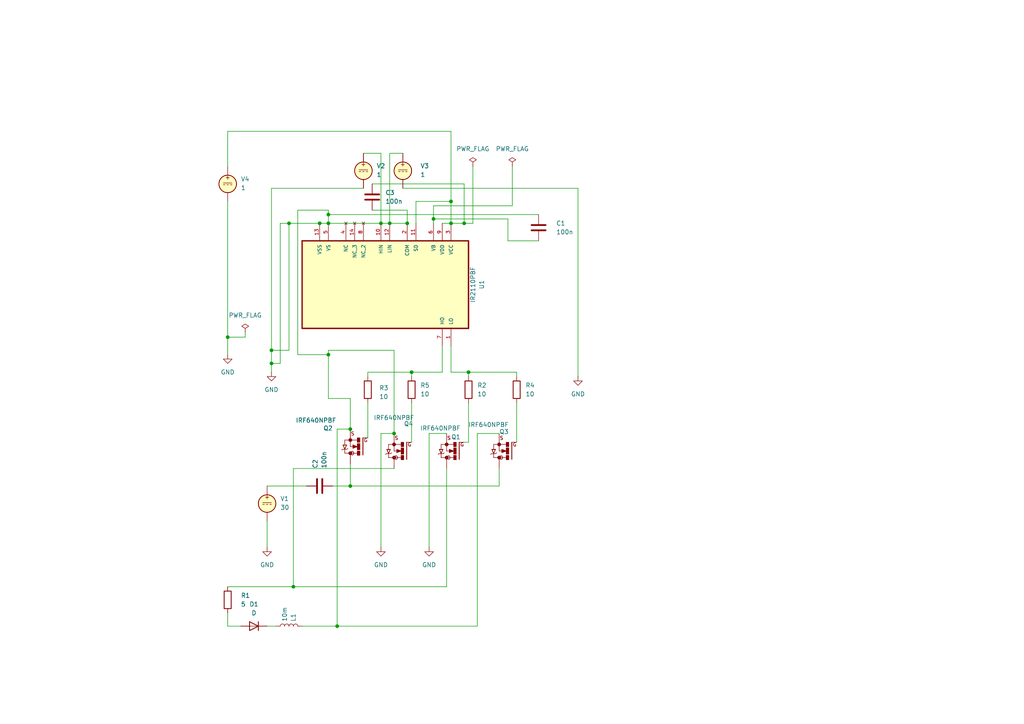
<source format=kicad_sch>
(kicad_sch
	(version 20231120)
	(generator "eeschema")
	(generator_version "8.0")
	(uuid "1fde7b99-6848-43ce-ad86-15bc0c96cf11")
	(paper "A4")
	(lib_symbols
		(symbol "Device:C"
			(pin_numbers hide)
			(pin_names
				(offset 0.254)
			)
			(exclude_from_sim no)
			(in_bom yes)
			(on_board yes)
			(property "Reference" "C"
				(at 0.635 2.54 0)
				(effects
					(font
						(size 1.27 1.27)
					)
					(justify left)
				)
			)
			(property "Value" "C"
				(at 0.635 -2.54 0)
				(effects
					(font
						(size 1.27 1.27)
					)
					(justify left)
				)
			)
			(property "Footprint" ""
				(at 0.9652 -3.81 0)
				(effects
					(font
						(size 1.27 1.27)
					)
					(hide yes)
				)
			)
			(property "Datasheet" "~"
				(at 0 0 0)
				(effects
					(font
						(size 1.27 1.27)
					)
					(hide yes)
				)
			)
			(property "Description" "Unpolarized capacitor"
				(at 0 0 0)
				(effects
					(font
						(size 1.27 1.27)
					)
					(hide yes)
				)
			)
			(property "ki_keywords" "cap capacitor"
				(at 0 0 0)
				(effects
					(font
						(size 1.27 1.27)
					)
					(hide yes)
				)
			)
			(property "ki_fp_filters" "C_*"
				(at 0 0 0)
				(effects
					(font
						(size 1.27 1.27)
					)
					(hide yes)
				)
			)
			(symbol "C_0_1"
				(polyline
					(pts
						(xy -2.032 -0.762) (xy 2.032 -0.762)
					)
					(stroke
						(width 0.508)
						(type default)
					)
					(fill
						(type none)
					)
				)
				(polyline
					(pts
						(xy -2.032 0.762) (xy 2.032 0.762)
					)
					(stroke
						(width 0.508)
						(type default)
					)
					(fill
						(type none)
					)
				)
			)
			(symbol "C_1_1"
				(pin passive line
					(at 0 3.81 270)
					(length 2.794)
					(name "~"
						(effects
							(font
								(size 1.27 1.27)
							)
						)
					)
					(number "1"
						(effects
							(font
								(size 1.27 1.27)
							)
						)
					)
				)
				(pin passive line
					(at 0 -3.81 90)
					(length 2.794)
					(name "~"
						(effects
							(font
								(size 1.27 1.27)
							)
						)
					)
					(number "2"
						(effects
							(font
								(size 1.27 1.27)
							)
						)
					)
				)
			)
		)
		(symbol "Device:D"
			(pin_numbers hide)
			(pin_names
				(offset 1.016) hide)
			(exclude_from_sim no)
			(in_bom yes)
			(on_board yes)
			(property "Reference" "D"
				(at 0 2.54 0)
				(effects
					(font
						(size 1.27 1.27)
					)
				)
			)
			(property "Value" "D"
				(at 0 -2.54 0)
				(effects
					(font
						(size 1.27 1.27)
					)
				)
			)
			(property "Footprint" ""
				(at 0 0 0)
				(effects
					(font
						(size 1.27 1.27)
					)
					(hide yes)
				)
			)
			(property "Datasheet" "~"
				(at 0 0 0)
				(effects
					(font
						(size 1.27 1.27)
					)
					(hide yes)
				)
			)
			(property "Description" "Diode"
				(at 0 0 0)
				(effects
					(font
						(size 1.27 1.27)
					)
					(hide yes)
				)
			)
			(property "Sim.Device" "D"
				(at 0 0 0)
				(effects
					(font
						(size 1.27 1.27)
					)
					(hide yes)
				)
			)
			(property "Sim.Pins" "1=K 2=A"
				(at 0 0 0)
				(effects
					(font
						(size 1.27 1.27)
					)
					(hide yes)
				)
			)
			(property "ki_keywords" "diode"
				(at 0 0 0)
				(effects
					(font
						(size 1.27 1.27)
					)
					(hide yes)
				)
			)
			(property "ki_fp_filters" "TO-???* *_Diode_* *SingleDiode* D_*"
				(at 0 0 0)
				(effects
					(font
						(size 1.27 1.27)
					)
					(hide yes)
				)
			)
			(symbol "D_0_1"
				(polyline
					(pts
						(xy -1.27 1.27) (xy -1.27 -1.27)
					)
					(stroke
						(width 0.254)
						(type default)
					)
					(fill
						(type none)
					)
				)
				(polyline
					(pts
						(xy 1.27 0) (xy -1.27 0)
					)
					(stroke
						(width 0)
						(type default)
					)
					(fill
						(type none)
					)
				)
				(polyline
					(pts
						(xy 1.27 1.27) (xy 1.27 -1.27) (xy -1.27 0) (xy 1.27 1.27)
					)
					(stroke
						(width 0.254)
						(type default)
					)
					(fill
						(type none)
					)
				)
			)
			(symbol "D_1_1"
				(pin passive line
					(at -3.81 0 0)
					(length 2.54)
					(name "K"
						(effects
							(font
								(size 1.27 1.27)
							)
						)
					)
					(number "1"
						(effects
							(font
								(size 1.27 1.27)
							)
						)
					)
				)
				(pin passive line
					(at 3.81 0 180)
					(length 2.54)
					(name "A"
						(effects
							(font
								(size 1.27 1.27)
							)
						)
					)
					(number "2"
						(effects
							(font
								(size 1.27 1.27)
							)
						)
					)
				)
			)
		)
		(symbol "Device:L"
			(pin_numbers hide)
			(pin_names
				(offset 1.016) hide)
			(exclude_from_sim no)
			(in_bom yes)
			(on_board yes)
			(property "Reference" "L"
				(at -1.27 0 90)
				(effects
					(font
						(size 1.27 1.27)
					)
				)
			)
			(property "Value" "L"
				(at 1.905 0 90)
				(effects
					(font
						(size 1.27 1.27)
					)
				)
			)
			(property "Footprint" ""
				(at 0 0 0)
				(effects
					(font
						(size 1.27 1.27)
					)
					(hide yes)
				)
			)
			(property "Datasheet" "~"
				(at 0 0 0)
				(effects
					(font
						(size 1.27 1.27)
					)
					(hide yes)
				)
			)
			(property "Description" "Inductor"
				(at 0 0 0)
				(effects
					(font
						(size 1.27 1.27)
					)
					(hide yes)
				)
			)
			(property "ki_keywords" "inductor choke coil reactor magnetic"
				(at 0 0 0)
				(effects
					(font
						(size 1.27 1.27)
					)
					(hide yes)
				)
			)
			(property "ki_fp_filters" "Choke_* *Coil* Inductor_* L_*"
				(at 0 0 0)
				(effects
					(font
						(size 1.27 1.27)
					)
					(hide yes)
				)
			)
			(symbol "L_0_1"
				(arc
					(start 0 -2.54)
					(mid 0.6323 -1.905)
					(end 0 -1.27)
					(stroke
						(width 0)
						(type default)
					)
					(fill
						(type none)
					)
				)
				(arc
					(start 0 -1.27)
					(mid 0.6323 -0.635)
					(end 0 0)
					(stroke
						(width 0)
						(type default)
					)
					(fill
						(type none)
					)
				)
				(arc
					(start 0 0)
					(mid 0.6323 0.635)
					(end 0 1.27)
					(stroke
						(width 0)
						(type default)
					)
					(fill
						(type none)
					)
				)
				(arc
					(start 0 1.27)
					(mid 0.6323 1.905)
					(end 0 2.54)
					(stroke
						(width 0)
						(type default)
					)
					(fill
						(type none)
					)
				)
			)
			(symbol "L_1_1"
				(pin passive line
					(at 0 3.81 270)
					(length 1.27)
					(name "1"
						(effects
							(font
								(size 1.27 1.27)
							)
						)
					)
					(number "1"
						(effects
							(font
								(size 1.27 1.27)
							)
						)
					)
				)
				(pin passive line
					(at 0 -3.81 90)
					(length 1.27)
					(name "2"
						(effects
							(font
								(size 1.27 1.27)
							)
						)
					)
					(number "2"
						(effects
							(font
								(size 1.27 1.27)
							)
						)
					)
				)
			)
		)
		(symbol "Device:R"
			(pin_numbers hide)
			(pin_names
				(offset 0)
			)
			(exclude_from_sim no)
			(in_bom yes)
			(on_board yes)
			(property "Reference" "R"
				(at 2.032 0 90)
				(effects
					(font
						(size 1.27 1.27)
					)
				)
			)
			(property "Value" "R"
				(at 0 0 90)
				(effects
					(font
						(size 1.27 1.27)
					)
				)
			)
			(property "Footprint" ""
				(at -1.778 0 90)
				(effects
					(font
						(size 1.27 1.27)
					)
					(hide yes)
				)
			)
			(property "Datasheet" "~"
				(at 0 0 0)
				(effects
					(font
						(size 1.27 1.27)
					)
					(hide yes)
				)
			)
			(property "Description" "Resistor"
				(at 0 0 0)
				(effects
					(font
						(size 1.27 1.27)
					)
					(hide yes)
				)
			)
			(property "ki_keywords" "R res resistor"
				(at 0 0 0)
				(effects
					(font
						(size 1.27 1.27)
					)
					(hide yes)
				)
			)
			(property "ki_fp_filters" "R_*"
				(at 0 0 0)
				(effects
					(font
						(size 1.27 1.27)
					)
					(hide yes)
				)
			)
			(symbol "R_0_1"
				(rectangle
					(start -1.016 -2.54)
					(end 1.016 2.54)
					(stroke
						(width 0.254)
						(type default)
					)
					(fill
						(type none)
					)
				)
			)
			(symbol "R_1_1"
				(pin passive line
					(at 0 3.81 270)
					(length 1.27)
					(name "~"
						(effects
							(font
								(size 1.27 1.27)
							)
						)
					)
					(number "1"
						(effects
							(font
								(size 1.27 1.27)
							)
						)
					)
				)
				(pin passive line
					(at 0 -3.81 90)
					(length 1.27)
					(name "~"
						(effects
							(font
								(size 1.27 1.27)
							)
						)
					)
					(number "2"
						(effects
							(font
								(size 1.27 1.27)
							)
						)
					)
				)
			)
		)
		(symbol "IR2110PBF:IR2110PBF"
			(pin_names
				(offset 1.016)
			)
			(exclude_from_sim no)
			(in_bom yes)
			(on_board yes)
			(property "Reference" "U"
				(at -4.4455 23.1927 0)
				(effects
					(font
						(size 1.27 1.27)
					)
					(justify left bottom)
				)
			)
			(property "Value" "IR2110PBF"
				(at -3.0018 -32.8675 0)
				(effects
					(font
						(size 1.27 1.27)
					)
					(justify left bottom)
				)
			)
			(property "Footprint" "IR2110PBF:DIP254P762X533-14"
				(at 0 0 0)
				(effects
					(font
						(size 1.27 1.27)
					)
					(justify bottom)
					(hide yes)
				)
			)
			(property "Datasheet" ""
				(at 0 0 0)
				(effects
					(font
						(size 1.27 1.27)
					)
					(hide yes)
				)
			)
			(property "Description" ""
				(at 0 0 0)
				(effects
					(font
						(size 1.27 1.27)
					)
					(hide yes)
				)
			)
			(property "MF" "Infineon"
				(at 0 0 0)
				(effects
					(font
						(size 1.27 1.27)
					)
					(justify bottom)
					(hide yes)
				)
			)
			(property "Description_1" "\nHigh and Low Side Driver, All High Voltage Pins On One Side, Separate Logic and Power Ground, Shut-Down\n"
				(at 0 0 0)
				(effects
					(font
						(size 1.27 1.27)
					)
					(justify bottom)
					(hide yes)
				)
			)
			(property "PACKAGE" "PDIP-14"
				(at 0 0 0)
				(effects
					(font
						(size 1.27 1.27)
					)
					(justify bottom)
					(hide yes)
				)
			)
			(property "MPN" "IR2110PBF"
				(at 0 0 0)
				(effects
					(font
						(size 1.27 1.27)
					)
					(justify bottom)
					(hide yes)
				)
			)
			(property "Price" "None"
				(at 0 0 0)
				(effects
					(font
						(size 1.27 1.27)
					)
					(justify bottom)
					(hide yes)
				)
			)
			(property "Package" "DIP-14 Infineon"
				(at 0 0 0)
				(effects
					(font
						(size 1.27 1.27)
					)
					(justify bottom)
					(hide yes)
				)
			)
			(property "OC_FARNELL" "8638837"
				(at 0 0 0)
				(effects
					(font
						(size 1.27 1.27)
					)
					(justify bottom)
					(hide yes)
				)
			)
			(property "SnapEDA_Link" "https://www.snapeda.com/parts/IR2110PBF/Infineon+Technologies/view-part/?ref=snap"
				(at 0 0 0)
				(effects
					(font
						(size 1.27 1.27)
					)
					(justify bottom)
					(hide yes)
				)
			)
			(property "MP" "IR2110PBF"
				(at 0 0 0)
				(effects
					(font
						(size 1.27 1.27)
					)
					(justify bottom)
					(hide yes)
				)
			)
			(property "Purchase-URL" "https://www.snapeda.com/api/url_track_click_mouser/?unipart_id=547122&manufacturer=Infineon&part_name=IR2110PBF&search_term=None"
				(at 0 0 0)
				(effects
					(font
						(size 1.27 1.27)
					)
					(justify bottom)
					(hide yes)
				)
			)
			(property "SUPPLIER" "INTERNATIONAL RECTIFIER"
				(at 0 0 0)
				(effects
					(font
						(size 1.27 1.27)
					)
					(justify bottom)
					(hide yes)
				)
			)
			(property "OC_NEWARK" "63J7859"
				(at 0 0 0)
				(effects
					(font
						(size 1.27 1.27)
					)
					(justify bottom)
					(hide yes)
				)
			)
			(property "Availability" "In Stock"
				(at 0 0 0)
				(effects
					(font
						(size 1.27 1.27)
					)
					(justify bottom)
					(hide yes)
				)
			)
			(property "Check_prices" "https://www.snapeda.com/parts/IR2110PBF/Infineon+Technologies/view-part/?ref=eda"
				(at 0 0 0)
				(effects
					(font
						(size 1.27 1.27)
					)
					(justify bottom)
					(hide yes)
				)
			)
			(symbol "IR2110PBF_0_0"
				(rectangle
					(start -12.7 -27.94)
					(end 12.7 20.32)
					(stroke
						(width 0.4064)
						(type default)
					)
					(fill
						(type background)
					)
				)
				(pin output line
					(at 17.78 15.24 180)
					(length 5.08)
					(name "LO"
						(effects
							(font
								(size 1.016 1.016)
							)
						)
					)
					(number "1"
						(effects
							(font
								(size 1.016 1.016)
							)
						)
					)
				)
				(pin input line
					(at -17.78 -5.08 0)
					(length 5.08)
					(name "HIN"
						(effects
							(font
								(size 1.016 1.016)
							)
						)
					)
					(number "10"
						(effects
							(font
								(size 1.016 1.016)
							)
						)
					)
				)
				(pin input line
					(at -17.78 5.08 0)
					(length 5.08)
					(name "SD"
						(effects
							(font
								(size 1.016 1.016)
							)
						)
					)
					(number "11"
						(effects
							(font
								(size 1.016 1.016)
							)
						)
					)
				)
				(pin input line
					(at -17.78 -2.54 0)
					(length 5.08)
					(name "LIN"
						(effects
							(font
								(size 1.016 1.016)
							)
						)
					)
					(number "12"
						(effects
							(font
								(size 1.016 1.016)
							)
						)
					)
				)
				(pin power_in line
					(at -17.78 -22.86 0)
					(length 5.08)
					(name "VSS"
						(effects
							(font
								(size 1.016 1.016)
							)
						)
					)
					(number "13"
						(effects
							(font
								(size 1.016 1.016)
							)
						)
					)
				)
				(pin no_connect line
					(at -17.78 -12.7 0)
					(length 5.08)
					(name "NC_3"
						(effects
							(font
								(size 1.016 1.016)
							)
						)
					)
					(number "14"
						(effects
							(font
								(size 1.016 1.016)
							)
						)
					)
				)
				(pin passive line
					(at -17.78 2.54 0)
					(length 5.08)
					(name "COM"
						(effects
							(font
								(size 1.016 1.016)
							)
						)
					)
					(number "2"
						(effects
							(font
								(size 1.016 1.016)
							)
						)
					)
				)
				(pin power_in line
					(at -17.78 15.24 0)
					(length 5.08)
					(name "VCC"
						(effects
							(font
								(size 1.016 1.016)
							)
						)
					)
					(number "3"
						(effects
							(font
								(size 1.016 1.016)
							)
						)
					)
				)
				(pin no_connect line
					(at -17.78 -15.24 0)
					(length 5.08)
					(name "NC"
						(effects
							(font
								(size 1.016 1.016)
							)
						)
					)
					(number "4"
						(effects
							(font
								(size 1.016 1.016)
							)
						)
					)
				)
				(pin power_in line
					(at -17.78 -20.32 0)
					(length 5.08)
					(name "VS"
						(effects
							(font
								(size 1.016 1.016)
							)
						)
					)
					(number "5"
						(effects
							(font
								(size 1.016 1.016)
							)
						)
					)
				)
				(pin power_in line
					(at -17.78 10.16 0)
					(length 5.08)
					(name "VB"
						(effects
							(font
								(size 1.016 1.016)
							)
						)
					)
					(number "6"
						(effects
							(font
								(size 1.016 1.016)
							)
						)
					)
				)
				(pin output line
					(at 17.78 12.7 180)
					(length 5.08)
					(name "HO"
						(effects
							(font
								(size 1.016 1.016)
							)
						)
					)
					(number "7"
						(effects
							(font
								(size 1.016 1.016)
							)
						)
					)
				)
				(pin no_connect line
					(at -17.78 -10.16 0)
					(length 5.08)
					(name "NC_2"
						(effects
							(font
								(size 1.016 1.016)
							)
						)
					)
					(number "8"
						(effects
							(font
								(size 1.016 1.016)
							)
						)
					)
				)
				(pin power_in line
					(at -17.78 12.7 0)
					(length 5.08)
					(name "VDD"
						(effects
							(font
								(size 1.016 1.016)
							)
						)
					)
					(number "9"
						(effects
							(font
								(size 1.016 1.016)
							)
						)
					)
				)
			)
		)
		(symbol "IRF640NPBF:IRF640NPBF"
			(pin_numbers hide)
			(pin_names
				(offset 1.016) hide)
			(exclude_from_sim no)
			(in_bom yes)
			(on_board yes)
			(property "Reference" "Q"
				(at 6.35 0 0)
				(effects
					(font
						(size 1.27 1.27)
					)
					(justify left bottom)
				)
			)
			(property "Value" "IRF640NPBF"
				(at 6.35 -2.54 0)
				(effects
					(font
						(size 1.27 1.27)
					)
					(justify left bottom)
				)
			)
			(property "Footprint" ""
				(at 0 0 0)
				(effects
					(font
						(size 1.27 1.27)
					)
					(hide yes)
				)
			)
			(property "Datasheet" ""
				(at 0 0 0)
				(effects
					(font
						(size 1.27 1.27)
					)
					(justify left bottom)
					(hide yes)
				)
			)
			(property "Description" "Infineon"
				(at 0 0 0)
				(effects
					(font
						(size 1.27 1.27)
					)
					(justify left bottom)
					(hide yes)
				)
			)
			(property "Description_1" "\\nMOSFET, Power,N-Ch,VDSS 200V,RDS(ON) 0.15Ohm,ID 18A,TO-220AB,PD 150W,VGS +/-20V | Infineon IRF640NPBF\\n"
				(at 0 0 0)
				(effects
					(font
						(size 1.27 1.27)
					)
					(justify left bottom)
					(hide yes)
				)
			)
			(property "Package" "TO-220-3 Infineon"
				(at 0 0 0)
				(effects
					(font
						(size 1.27 1.27)
					)
					(justify left bottom)
					(hide yes)
				)
			)
			(property "Price" "None"
				(at 0 0 0)
				(effects
					(font
						(size 1.27 1.27)
					)
					(justify left bottom)
					(hide yes)
				)
			)
			(property "SnapEDA_Link" "https://www.snapeda.com/parts/IRF640NPBF/Infineon+Technologies/view-part/?ref=snap"
				(at 0 0 0)
				(effects
					(font
						(size 1.27 1.27)
					)
					(justify left bottom)
					(hide yes)
				)
			)
			(property "MP" "IRF640NPBF"
				(at 0 0 0)
				(effects
					(font
						(size 1.27 1.27)
					)
					(justify left bottom)
					(hide yes)
				)
			)
			(property "Purchase-URL" "https://www.snapeda.com/api/url_track_click_mouser/?unipart_id=308558&manufacturer=Infineon&part_name=IRF640NPBF&search_term=None"
				(at 0 0 0)
				(effects
					(font
						(size 1.27 1.27)
					)
					(justify left bottom)
					(hide yes)
				)
			)
			(property "Availability" "In Stock"
				(at 0 0 0)
				(effects
					(font
						(size 1.27 1.27)
					)
					(justify left bottom)
					(hide yes)
				)
			)
			(property "Check_prices" "https://www.snapeda.com/parts/IRF640NPBF/Infineon+Technologies/view-part/?ref=eda"
				(at 0 0 0)
				(effects
					(font
						(size 1.27 1.27)
					)
					(justify left bottom)
					(hide yes)
				)
			)
			(property "ki_locked" ""
				(at 0 0 0)
				(effects
					(font
						(size 1.27 1.27)
					)
				)
			)
			(property "ki_fp_filters" "TO220V TO220 D2PAK"
				(at 0 0 0)
				(effects
					(font
						(size 1.27 1.27)
					)
					(hide yes)
				)
			)
			(symbol "IRF640NPBF_0_0"
				(rectangle
					(start -0.254 -2.54)
					(end 0.508 -1.27)
					(stroke
						(width 0)
						(type solid)
					)
					(fill
						(type outline)
					)
				)
				(rectangle
					(start -0.254 -0.889)
					(end 0.508 0.889)
					(stroke
						(width 0)
						(type solid)
					)
					(fill
						(type outline)
					)
				)
				(rectangle
					(start -0.254 1.27)
					(end 0.508 2.54)
					(stroke
						(width 0)
						(type solid)
					)
					(fill
						(type outline)
					)
				)
				(polyline
					(pts
						(xy -1.1176 -2.54) (xy -2.54 -2.54)
					)
					(stroke
						(width 0.1524)
						(type solid)
					)
					(fill
						(type none)
					)
				)
				(polyline
					(pts
						(xy -1.1176 2.413) (xy -1.1176 -2.54)
					)
					(stroke
						(width 0.254)
						(type solid)
					)
					(fill
						(type none)
					)
				)
				(polyline
					(pts
						(xy 0.508 -1.905) (xy 2.54 -1.905)
					)
					(stroke
						(width 0.1524)
						(type solid)
					)
					(fill
						(type none)
					)
				)
				(polyline
					(pts
						(xy 0.508 0) (xy 1.778 -0.508)
					)
					(stroke
						(width 0.1524)
						(type solid)
					)
					(fill
						(type none)
					)
				)
				(polyline
					(pts
						(xy 0.762 0) (xy 1.651 -0.254)
					)
					(stroke
						(width 0.3048)
						(type solid)
					)
					(fill
						(type none)
					)
				)
				(polyline
					(pts
						(xy 1.651 -0.254) (xy 1.651 0)
					)
					(stroke
						(width 0.3048)
						(type solid)
					)
					(fill
						(type none)
					)
				)
				(polyline
					(pts
						(xy 1.651 0) (xy 1.397 0)
					)
					(stroke
						(width 0.3048)
						(type solid)
					)
					(fill
						(type none)
					)
				)
				(polyline
					(pts
						(xy 1.651 0) (xy 2.54 0)
					)
					(stroke
						(width 0.1524)
						(type solid)
					)
					(fill
						(type none)
					)
				)
				(polyline
					(pts
						(xy 1.651 0.254) (xy 0.762 0)
					)
					(stroke
						(width 0.3048)
						(type solid)
					)
					(fill
						(type none)
					)
				)
				(polyline
					(pts
						(xy 1.778 -0.508) (xy 1.778 0.508)
					)
					(stroke
						(width 0.1524)
						(type solid)
					)
					(fill
						(type none)
					)
				)
				(polyline
					(pts
						(xy 1.778 0.508) (xy 0.508 0)
					)
					(stroke
						(width 0.1524)
						(type solid)
					)
					(fill
						(type none)
					)
				)
				(polyline
					(pts
						(xy 2.54 -1.905) (xy 2.54 -2.54)
					)
					(stroke
						(width 0.1524)
						(type solid)
					)
					(fill
						(type none)
					)
				)
				(polyline
					(pts
						(xy 2.54 0) (xy 2.54 -1.905)
					)
					(stroke
						(width 0.1524)
						(type solid)
					)
					(fill
						(type none)
					)
				)
				(polyline
					(pts
						(xy 2.54 1.905) (xy 0.5334 1.905)
					)
					(stroke
						(width 0.1524)
						(type solid)
					)
					(fill
						(type none)
					)
				)
				(polyline
					(pts
						(xy 2.54 1.905) (xy 4.1402 1.905)
					)
					(stroke
						(width 0.1524)
						(type solid)
					)
					(fill
						(type none)
					)
				)
				(polyline
					(pts
						(xy 2.54 2.54) (xy 2.54 1.905)
					)
					(stroke
						(width 0.1524)
						(type solid)
					)
					(fill
						(type none)
					)
				)
				(polyline
					(pts
						(xy 3.5052 0.762) (xy 3.2512 0.508)
					)
					(stroke
						(width 0.1524)
						(type solid)
					)
					(fill
						(type none)
					)
				)
				(polyline
					(pts
						(xy 3.5052 0.762) (xy 4.1402 0.762)
					)
					(stroke
						(width 0.1524)
						(type solid)
					)
					(fill
						(type none)
					)
				)
				(polyline
					(pts
						(xy 3.5814 -0.4826) (xy 4.1402 -0.4826)
					)
					(stroke
						(width 0.1524)
						(type solid)
					)
					(fill
						(type none)
					)
				)
				(polyline
					(pts
						(xy 4.1402 -1.905) (xy 2.54 -1.905)
					)
					(stroke
						(width 0.1524)
						(type solid)
					)
					(fill
						(type none)
					)
				)
				(polyline
					(pts
						(xy 4.1402 -0.4826) (xy 4.1402 -1.905)
					)
					(stroke
						(width 0.1524)
						(type solid)
					)
					(fill
						(type none)
					)
				)
				(polyline
					(pts
						(xy 4.1402 -0.4826) (xy 4.6736 -0.4826)
					)
					(stroke
						(width 0.1524)
						(type solid)
					)
					(fill
						(type none)
					)
				)
				(polyline
					(pts
						(xy 4.1402 0.762) (xy 3.5814 -0.4826)
					)
					(stroke
						(width 0.1524)
						(type solid)
					)
					(fill
						(type none)
					)
				)
				(polyline
					(pts
						(xy 4.1402 0.762) (xy 4.7752 0.762)
					)
					(stroke
						(width 0.1524)
						(type solid)
					)
					(fill
						(type none)
					)
				)
				(polyline
					(pts
						(xy 4.1402 1.905) (xy 4.1402 0.762)
					)
					(stroke
						(width 0.1524)
						(type solid)
					)
					(fill
						(type none)
					)
				)
				(polyline
					(pts
						(xy 4.6736 -0.4826) (xy 4.1402 0.762)
					)
					(stroke
						(width 0.1524)
						(type solid)
					)
					(fill
						(type none)
					)
				)
				(polyline
					(pts
						(xy 4.7752 0.762) (xy 5.0292 1.016)
					)
					(stroke
						(width 0.1524)
						(type solid)
					)
					(fill
						(type none)
					)
				)
				(polyline
					(pts
						(xy 4.1402 0.635) (xy 3.6576 -0.4064) (xy 4.5974 -0.4064) (xy 4.1402 0.635)
					)
					(stroke
						(width 0.1524)
						(type solid)
					)
					(fill
						(type background)
					)
				)
				(circle
					(center 2.54 -1.905)
					(radius 0.127)
					(stroke
						(width 0.4064)
						(type solid)
					)
					(fill
						(type none)
					)
				)
				(circle
					(center 2.54 1.905)
					(radius 0.127)
					(stroke
						(width 0.4064)
						(type solid)
					)
					(fill
						(type none)
					)
				)
				(text "D"
					(at 1.27 2.54 0)
					(effects
						(font
							(size 1.016 1.016)
						)
						(justify left bottom)
					)
				)
				(text "G"
					(at -2.54 -1.27 0)
					(effects
						(font
							(size 1.016 1.016)
						)
						(justify left bottom)
					)
				)
				(text "S"
					(at 1.27 -3.175 0)
					(effects
						(font
							(size 1.016 1.016)
						)
						(justify left bottom)
					)
				)
				(pin passive line
					(at -2.54 -2.54 0)
					(length 0)
					(name "~"
						(effects
							(font
								(size 1.016 1.016)
							)
						)
					)
					(number "1"
						(effects
							(font
								(size 1.016 1.016)
							)
						)
					)
				)
				(pin passive line
					(at 2.54 5.08 270)
					(length 2.54)
					(name "~"
						(effects
							(font
								(size 1.016 1.016)
							)
						)
					)
					(number "2"
						(effects
							(font
								(size 1.016 1.016)
							)
						)
					)
				)
				(pin passive line
					(at 2.54 -5.08 90)
					(length 2.54)
					(name "~"
						(effects
							(font
								(size 1.016 1.016)
							)
						)
					)
					(number "3"
						(effects
							(font
								(size 1.016 1.016)
							)
						)
					)
				)
			)
		)
		(symbol "Simulation_SPICE:VDC"
			(pin_numbers hide)
			(pin_names
				(offset 0.0254)
			)
			(exclude_from_sim no)
			(in_bom yes)
			(on_board yes)
			(property "Reference" "V"
				(at 2.54 2.54 0)
				(effects
					(font
						(size 1.27 1.27)
					)
					(justify left)
				)
			)
			(property "Value" "1"
				(at 2.54 0 0)
				(effects
					(font
						(size 1.27 1.27)
					)
					(justify left)
				)
			)
			(property "Footprint" ""
				(at 0 0 0)
				(effects
					(font
						(size 1.27 1.27)
					)
					(hide yes)
				)
			)
			(property "Datasheet" "https://ngspice.sourceforge.io/docs/ngspice-html-manual/manual.xhtml#sec_Independent_Sources_for"
				(at 0 0 0)
				(effects
					(font
						(size 1.27 1.27)
					)
					(hide yes)
				)
			)
			(property "Description" "Voltage source, DC"
				(at 0 0 0)
				(effects
					(font
						(size 1.27 1.27)
					)
					(hide yes)
				)
			)
			(property "Sim.Pins" "1=+ 2=-"
				(at 0 0 0)
				(effects
					(font
						(size 1.27 1.27)
					)
					(hide yes)
				)
			)
			(property "Sim.Type" "DC"
				(at 0 0 0)
				(effects
					(font
						(size 1.27 1.27)
					)
					(hide yes)
				)
			)
			(property "Sim.Device" "V"
				(at 0 0 0)
				(effects
					(font
						(size 1.27 1.27)
					)
					(justify left)
					(hide yes)
				)
			)
			(property "ki_keywords" "simulation"
				(at 0 0 0)
				(effects
					(font
						(size 1.27 1.27)
					)
					(hide yes)
				)
			)
			(symbol "VDC_0_0"
				(polyline
					(pts
						(xy -1.27 0.254) (xy 1.27 0.254)
					)
					(stroke
						(width 0)
						(type default)
					)
					(fill
						(type none)
					)
				)
				(polyline
					(pts
						(xy -0.762 -0.254) (xy -1.27 -0.254)
					)
					(stroke
						(width 0)
						(type default)
					)
					(fill
						(type none)
					)
				)
				(polyline
					(pts
						(xy 0.254 -0.254) (xy -0.254 -0.254)
					)
					(stroke
						(width 0)
						(type default)
					)
					(fill
						(type none)
					)
				)
				(polyline
					(pts
						(xy 1.27 -0.254) (xy 0.762 -0.254)
					)
					(stroke
						(width 0)
						(type default)
					)
					(fill
						(type none)
					)
				)
				(text "+"
					(at 0 1.905 0)
					(effects
						(font
							(size 1.27 1.27)
						)
					)
				)
			)
			(symbol "VDC_0_1"
				(circle
					(center 0 0)
					(radius 2.54)
					(stroke
						(width 0.254)
						(type default)
					)
					(fill
						(type background)
					)
				)
			)
			(symbol "VDC_1_1"
				(pin passive line
					(at 0 5.08 270)
					(length 2.54)
					(name "~"
						(effects
							(font
								(size 1.27 1.27)
							)
						)
					)
					(number "1"
						(effects
							(font
								(size 1.27 1.27)
							)
						)
					)
				)
				(pin passive line
					(at 0 -5.08 90)
					(length 2.54)
					(name "~"
						(effects
							(font
								(size 1.27 1.27)
							)
						)
					)
					(number "2"
						(effects
							(font
								(size 1.27 1.27)
							)
						)
					)
				)
			)
		)
		(symbol "power:GND"
			(power)
			(pin_numbers hide)
			(pin_names
				(offset 0) hide)
			(exclude_from_sim no)
			(in_bom yes)
			(on_board yes)
			(property "Reference" "#PWR"
				(at 0 -6.35 0)
				(effects
					(font
						(size 1.27 1.27)
					)
					(hide yes)
				)
			)
			(property "Value" "GND"
				(at 0 -3.81 0)
				(effects
					(font
						(size 1.27 1.27)
					)
				)
			)
			(property "Footprint" ""
				(at 0 0 0)
				(effects
					(font
						(size 1.27 1.27)
					)
					(hide yes)
				)
			)
			(property "Datasheet" ""
				(at 0 0 0)
				(effects
					(font
						(size 1.27 1.27)
					)
					(hide yes)
				)
			)
			(property "Description" "Power symbol creates a global label with name \"GND\" , ground"
				(at 0 0 0)
				(effects
					(font
						(size 1.27 1.27)
					)
					(hide yes)
				)
			)
			(property "ki_keywords" "global power"
				(at 0 0 0)
				(effects
					(font
						(size 1.27 1.27)
					)
					(hide yes)
				)
			)
			(symbol "GND_0_1"
				(polyline
					(pts
						(xy 0 0) (xy 0 -1.27) (xy 1.27 -1.27) (xy 0 -2.54) (xy -1.27 -1.27) (xy 0 -1.27)
					)
					(stroke
						(width 0)
						(type default)
					)
					(fill
						(type none)
					)
				)
			)
			(symbol "GND_1_1"
				(pin power_in line
					(at 0 0 270)
					(length 0)
					(name "~"
						(effects
							(font
								(size 1.27 1.27)
							)
						)
					)
					(number "1"
						(effects
							(font
								(size 1.27 1.27)
							)
						)
					)
				)
			)
		)
		(symbol "power:PWR_FLAG"
			(power)
			(pin_numbers hide)
			(pin_names
				(offset 0) hide)
			(exclude_from_sim no)
			(in_bom yes)
			(on_board yes)
			(property "Reference" "#FLG"
				(at 0 1.905 0)
				(effects
					(font
						(size 1.27 1.27)
					)
					(hide yes)
				)
			)
			(property "Value" "PWR_FLAG"
				(at 0 3.81 0)
				(effects
					(font
						(size 1.27 1.27)
					)
				)
			)
			(property "Footprint" ""
				(at 0 0 0)
				(effects
					(font
						(size 1.27 1.27)
					)
					(hide yes)
				)
			)
			(property "Datasheet" "~"
				(at 0 0 0)
				(effects
					(font
						(size 1.27 1.27)
					)
					(hide yes)
				)
			)
			(property "Description" "Special symbol for telling ERC where power comes from"
				(at 0 0 0)
				(effects
					(font
						(size 1.27 1.27)
					)
					(hide yes)
				)
			)
			(property "ki_keywords" "flag power"
				(at 0 0 0)
				(effects
					(font
						(size 1.27 1.27)
					)
					(hide yes)
				)
			)
			(symbol "PWR_FLAG_0_0"
				(pin power_out line
					(at 0 0 90)
					(length 0)
					(name "~"
						(effects
							(font
								(size 1.27 1.27)
							)
						)
					)
					(number "1"
						(effects
							(font
								(size 1.27 1.27)
							)
						)
					)
				)
			)
			(symbol "PWR_FLAG_0_1"
				(polyline
					(pts
						(xy 0 0) (xy 0 1.27) (xy -1.016 1.905) (xy 0 2.54) (xy 1.016 1.905) (xy 0 1.27)
					)
					(stroke
						(width 0)
						(type default)
					)
					(fill
						(type none)
					)
				)
			)
		)
	)
	(junction
		(at 101.6 140.97)
		(diameter 0)
		(color 0 0 0 0)
		(uuid "10ec893a-6dbf-405b-bb86-cf9a57f71537")
	)
	(junction
		(at 85.09 170.18)
		(diameter 0)
		(color 0 0 0 0)
		(uuid "19bcbd7c-6130-43ed-b878-f5106ae09562")
	)
	(junction
		(at 130.81 58.42)
		(diameter 0)
		(color 0 0 0 0)
		(uuid "1a080b32-48da-4e44-aa13-642aa518296c")
	)
	(junction
		(at 66.04 97.79)
		(diameter 0)
		(color 0 0 0 0)
		(uuid "547e21e3-00d0-49e1-88ce-5cb5b8684b5b")
	)
	(junction
		(at 78.74 101.6)
		(diameter 0)
		(color 0 0 0 0)
		(uuid "77c5a5c1-b76d-4119-b274-b0511a7b1c19")
	)
	(junction
		(at 83.82 64.77)
		(diameter 0)
		(color 0 0 0 0)
		(uuid "7a6aeeea-531a-4b0f-b2d9-449da9a9c27c")
	)
	(junction
		(at 118.11 64.77)
		(diameter 0)
		(color 0 0 0 0)
		(uuid "7a9934d3-9f00-47b6-b6d0-da1da7606187")
	)
	(junction
		(at 135.89 107.95)
		(diameter 0)
		(color 0 0 0 0)
		(uuid "7aba4b2c-dcf0-48a4-b016-a16a93b056d7")
	)
	(junction
		(at 130.81 64.77)
		(diameter 0)
		(color 0 0 0 0)
		(uuid "8047283c-8dba-4895-b77c-f6aa267756bf")
	)
	(junction
		(at 95.25 64.77)
		(diameter 0)
		(color 0 0 0 0)
		(uuid "8e6603d6-3eef-4ec8-a7b5-0527b7f0fc29")
	)
	(junction
		(at 113.03 64.77)
		(diameter 0)
		(color 0 0 0 0)
		(uuid "a812c104-eef4-45c9-9e81-805d533932c5")
	)
	(junction
		(at 119.38 107.95)
		(diameter 0)
		(color 0 0 0 0)
		(uuid "b2e297ad-0e0d-4e55-9d74-661b4b012726")
	)
	(junction
		(at 125.73 63.5)
		(diameter 0)
		(color 0 0 0 0)
		(uuid "b3afca91-3ba1-4601-80be-fe17c472635c")
	)
	(junction
		(at 95.25 62.23)
		(diameter 0)
		(color 0 0 0 0)
		(uuid "b9a60e5f-d38e-4f36-a71c-242aa3abb2bb")
	)
	(junction
		(at 97.79 181.61)
		(diameter 0)
		(color 0 0 0 0)
		(uuid "baa9d1f2-80c7-4017-952d-e62cb8d77764")
	)
	(junction
		(at 95.25 102.87)
		(diameter 0)
		(color 0 0 0 0)
		(uuid "c170e2c9-a8e7-419b-b5a4-0cb36950a12f")
	)
	(junction
		(at 101.6 124.46)
		(diameter 0)
		(color 0 0 0 0)
		(uuid "d71ef030-62ee-4237-a68b-cee69cee0f8a")
	)
	(junction
		(at 134.62 64.77)
		(diameter 0)
		(color 0 0 0 0)
		(uuid "d7b18604-57da-4863-ad19-868f6938905a")
	)
	(junction
		(at 92.71 64.77)
		(diameter 0)
		(color 0 0 0 0)
		(uuid "e20426ea-99d0-4e3c-950c-284d63a5d0f3")
	)
	(junction
		(at 114.3 125.73)
		(diameter 0)
		(color 0 0 0 0)
		(uuid "ebd3d4b4-9c4f-4010-9985-61a15492a5b0")
	)
	(junction
		(at 110.49 64.77)
		(diameter 0)
		(color 0 0 0 0)
		(uuid "f4fec5e0-13c0-4eba-a344-8a2f221ebe62")
	)
	(junction
		(at 78.74 105.41)
		(diameter 0)
		(color 0 0 0 0)
		(uuid "fda710a6-ed64-4bf7-bf17-c20ab3d5360c")
	)
	(wire
		(pts
			(xy 128.27 100.33) (xy 128.27 107.95)
		)
		(stroke
			(width 0)
			(type default)
		)
		(uuid "004521ce-6232-4003-a232-376f2d733beb")
	)
	(wire
		(pts
			(xy 83.82 64.77) (xy 92.71 64.77)
		)
		(stroke
			(width 0)
			(type default)
		)
		(uuid "019709ef-a0d6-485e-b6c7-4bf053e05092")
	)
	(wire
		(pts
			(xy 135.89 107.95) (xy 135.89 109.22)
		)
		(stroke
			(width 0)
			(type default)
		)
		(uuid "0271cdf7-e989-4fd9-b446-09171ad1b720")
	)
	(wire
		(pts
			(xy 66.04 38.1) (xy 66.04 48.26)
		)
		(stroke
			(width 0)
			(type default)
		)
		(uuid "05570770-8ee0-4aa1-8716-d234a08be8ae")
	)
	(wire
		(pts
			(xy 88.9 140.97) (xy 77.47 140.97)
		)
		(stroke
			(width 0)
			(type default)
		)
		(uuid "07ea18d0-b502-487c-83ee-5c5432418d1b")
	)
	(wire
		(pts
			(xy 114.3 125.73) (xy 110.49 125.73)
		)
		(stroke
			(width 0)
			(type default)
		)
		(uuid "085e299e-1a0f-4bb1-a16f-b8d0cdc1dc4f")
	)
	(wire
		(pts
			(xy 120.65 64.77) (xy 120.65 58.42)
		)
		(stroke
			(width 0)
			(type default)
		)
		(uuid "0a455cd1-1a9a-4bf0-80c7-5f4252870120")
	)
	(wire
		(pts
			(xy 125.73 63.5) (xy 147.32 63.5)
		)
		(stroke
			(width 0)
			(type default)
		)
		(uuid "0aa749d6-0884-4ebf-b24b-524900e957b1")
	)
	(wire
		(pts
			(xy 107.95 60.96) (xy 118.11 60.96)
		)
		(stroke
			(width 0)
			(type default)
		)
		(uuid "0c54b090-6bfa-41bc-88f5-9e13c687277c")
	)
	(wire
		(pts
			(xy 78.74 54.61) (xy 105.41 54.61)
		)
		(stroke
			(width 0)
			(type default)
		)
		(uuid "0f8cdb21-e7b2-45db-9cec-a07249c62776")
	)
	(wire
		(pts
			(xy 114.3 101.6) (xy 114.3 125.73)
		)
		(stroke
			(width 0)
			(type default)
		)
		(uuid "0ffc0da4-9902-43de-a412-c475b37baf41")
	)
	(wire
		(pts
			(xy 149.86 116.84) (xy 149.86 128.27)
		)
		(stroke
			(width 0)
			(type default)
		)
		(uuid "19f3560e-6280-41e7-88fc-1f094116dc3d")
	)
	(wire
		(pts
			(xy 97.79 124.46) (xy 97.79 181.61)
		)
		(stroke
			(width 0)
			(type default)
		)
		(uuid "1ec957ec-9f7f-4a37-a6c1-ec0a70ffcfa7")
	)
	(wire
		(pts
			(xy 85.09 170.18) (xy 129.54 170.18)
		)
		(stroke
			(width 0)
			(type default)
		)
		(uuid "1edf1845-e1e4-4260-84a9-4539638f9c8e")
	)
	(wire
		(pts
			(xy 85.09 135.89) (xy 114.3 135.89)
		)
		(stroke
			(width 0)
			(type default)
		)
		(uuid "20b984d6-6817-4fb8-8a3d-419b5b3b6942")
	)
	(wire
		(pts
			(xy 148.59 48.26) (xy 148.59 59.69)
		)
		(stroke
			(width 0)
			(type default)
		)
		(uuid "24436bb6-9815-4f32-8ec6-60f64fe22f16")
	)
	(wire
		(pts
			(xy 147.32 69.85) (xy 156.21 69.85)
		)
		(stroke
			(width 0)
			(type default)
		)
		(uuid "2499e3c2-d299-449a-b49c-37a3fd1ce7a4")
	)
	(wire
		(pts
			(xy 101.6 134.62) (xy 101.6 140.97)
		)
		(stroke
			(width 0)
			(type default)
		)
		(uuid "24ccda00-d81f-4bbb-a6b9-f386598e172b")
	)
	(wire
		(pts
			(xy 148.59 59.69) (xy 125.73 59.69)
		)
		(stroke
			(width 0)
			(type default)
		)
		(uuid "26894133-5621-446f-bd5f-6386edbd8729")
	)
	(wire
		(pts
			(xy 144.78 135.89) (xy 144.78 140.97)
		)
		(stroke
			(width 0)
			(type default)
		)
		(uuid "2b8e3c82-8aa8-4f56-b822-1e4c327f0781")
	)
	(wire
		(pts
			(xy 77.47 151.13) (xy 77.47 158.75)
		)
		(stroke
			(width 0)
			(type default)
		)
		(uuid "30a05fdd-9c1a-4685-aa6c-fedae7ee0af7")
	)
	(wire
		(pts
			(xy 78.74 54.61) (xy 78.74 101.6)
		)
		(stroke
			(width 0)
			(type default)
		)
		(uuid "30c4e5d3-d16d-44be-87d9-e847a5ffb580")
	)
	(wire
		(pts
			(xy 87.63 181.61) (xy 97.79 181.61)
		)
		(stroke
			(width 0)
			(type default)
		)
		(uuid "32254c6e-5bd9-4fbe-9ee0-6cd519682cf2")
	)
	(wire
		(pts
			(xy 134.62 64.77) (xy 137.16 64.77)
		)
		(stroke
			(width 0)
			(type default)
		)
		(uuid "35fd91a1-6447-44f3-897a-338f0eb4f4bf")
	)
	(wire
		(pts
			(xy 66.04 181.61) (xy 69.85 181.61)
		)
		(stroke
			(width 0)
			(type default)
		)
		(uuid "3650e2ad-d7ab-48db-8918-6553b5a29dc1")
	)
	(wire
		(pts
			(xy 97.79 181.61) (xy 138.43 181.61)
		)
		(stroke
			(width 0)
			(type default)
		)
		(uuid "37cfdf93-89fa-4e6d-8995-8829bec0b8cf")
	)
	(wire
		(pts
			(xy 110.49 44.45) (xy 110.49 64.77)
		)
		(stroke
			(width 0)
			(type default)
		)
		(uuid "38cc0498-ac3d-4eb3-91cb-ea803153f3ce")
	)
	(wire
		(pts
			(xy 95.25 101.6) (xy 95.25 102.87)
		)
		(stroke
			(width 0)
			(type default)
		)
		(uuid "3c5c3f4c-2871-48ea-a4a8-bc7e7a37d69c")
	)
	(wire
		(pts
			(xy 71.12 96.52) (xy 71.12 97.79)
		)
		(stroke
			(width 0)
			(type default)
		)
		(uuid "3d170998-956e-4e50-9f0a-a12538c163cf")
	)
	(wire
		(pts
			(xy 83.82 101.6) (xy 78.74 101.6)
		)
		(stroke
			(width 0)
			(type default)
		)
		(uuid "460a820e-d797-4d94-a763-8268c0a6f45d")
	)
	(wire
		(pts
			(xy 130.81 58.42) (xy 130.81 64.77)
		)
		(stroke
			(width 0)
			(type default)
		)
		(uuid "50f9b273-f5a5-480d-8057-296e546a95a1")
	)
	(wire
		(pts
			(xy 129.54 135.89) (xy 129.54 170.18)
		)
		(stroke
			(width 0)
			(type default)
		)
		(uuid "548d77ff-0348-4107-9993-266b2bddde74")
	)
	(wire
		(pts
			(xy 95.25 64.77) (xy 92.71 64.77)
		)
		(stroke
			(width 0)
			(type default)
		)
		(uuid "5a9cd6a6-d6cb-4fb6-9096-0aebd5303ac0")
	)
	(wire
		(pts
			(xy 135.89 107.95) (xy 149.86 107.95)
		)
		(stroke
			(width 0)
			(type default)
		)
		(uuid "5f9b03cf-e8f1-47e3-8543-a6f3d33352b1")
	)
	(wire
		(pts
			(xy 106.68 116.84) (xy 106.68 127)
		)
		(stroke
			(width 0)
			(type default)
		)
		(uuid "5fa6d93f-6693-4e65-8c67-72f22d7ee84e")
	)
	(wire
		(pts
			(xy 78.74 101.6) (xy 78.74 105.41)
		)
		(stroke
			(width 0)
			(type default)
		)
		(uuid "60a10088-0014-4bd8-a10d-2164f235d624")
	)
	(wire
		(pts
			(xy 130.81 64.77) (xy 134.62 64.77)
		)
		(stroke
			(width 0)
			(type default)
		)
		(uuid "6101f421-d057-43f3-80e9-fd907047b627")
	)
	(wire
		(pts
			(xy 129.54 125.73) (xy 124.46 125.73)
		)
		(stroke
			(width 0)
			(type default)
		)
		(uuid "639a95ef-df65-4020-bba7-835dc69f424d")
	)
	(wire
		(pts
			(xy 130.81 100.33) (xy 130.81 107.95)
		)
		(stroke
			(width 0)
			(type default)
		)
		(uuid "68d41d56-5b8d-458d-a946-eff031228b4b")
	)
	(wire
		(pts
			(xy 95.25 101.6) (xy 114.3 101.6)
		)
		(stroke
			(width 0)
			(type default)
		)
		(uuid "6b0eab4e-825d-4bea-9372-3a168f208139")
	)
	(wire
		(pts
			(xy 119.38 107.95) (xy 128.27 107.95)
		)
		(stroke
			(width 0)
			(type default)
		)
		(uuid "6f7a68fb-ea08-495c-8069-b8daad9076e4")
	)
	(wire
		(pts
			(xy 95.25 62.23) (xy 156.21 62.23)
		)
		(stroke
			(width 0)
			(type default)
		)
		(uuid "78676c0d-fc75-4642-bd2e-b09ee51c2c2e")
	)
	(wire
		(pts
			(xy 86.36 102.87) (xy 95.25 102.87)
		)
		(stroke
			(width 0)
			(type default)
		)
		(uuid "7871bed9-3b21-4b43-8e55-6f50d3148e52")
	)
	(wire
		(pts
			(xy 134.62 53.34) (xy 134.62 64.77)
		)
		(stroke
			(width 0)
			(type default)
		)
		(uuid "7a6d4e3b-f043-4219-9fa6-7fe36636f9da")
	)
	(wire
		(pts
			(xy 113.03 44.45) (xy 116.84 44.45)
		)
		(stroke
			(width 0)
			(type default)
		)
		(uuid "7bce6a0b-593b-4cb3-9540-20b831e37760")
	)
	(wire
		(pts
			(xy 110.49 125.73) (xy 110.49 158.75)
		)
		(stroke
			(width 0)
			(type default)
		)
		(uuid "7c0b6078-4926-46ea-a675-949ea73e5a0d")
	)
	(wire
		(pts
			(xy 85.09 170.18) (xy 85.09 135.89)
		)
		(stroke
			(width 0)
			(type default)
		)
		(uuid "84bb8bf5-9bae-41d6-8647-cfa0d1ecf513")
	)
	(wire
		(pts
			(xy 101.6 140.97) (xy 144.78 140.97)
		)
		(stroke
			(width 0)
			(type default)
		)
		(uuid "89cef15e-9da9-4434-982d-8aeb7ffd0545")
	)
	(wire
		(pts
			(xy 167.64 54.61) (xy 167.64 109.22)
		)
		(stroke
			(width 0)
			(type default)
		)
		(uuid "8c6157c6-6c28-4eb8-8d16-1d11ae4d26a8")
	)
	(wire
		(pts
			(xy 113.03 64.77) (xy 110.49 64.77)
		)
		(stroke
			(width 0)
			(type default)
		)
		(uuid "8dcd2c96-0606-4d00-861d-b45319530c85")
	)
	(wire
		(pts
			(xy 95.25 60.96) (xy 86.36 60.96)
		)
		(stroke
			(width 0)
			(type default)
		)
		(uuid "93d1a78c-4074-438f-9c6a-fd3302f7276c")
	)
	(wire
		(pts
			(xy 135.89 128.27) (xy 134.62 128.27)
		)
		(stroke
			(width 0)
			(type default)
		)
		(uuid "9682d20a-3541-45c4-91ad-5743b5df423b")
	)
	(wire
		(pts
			(xy 86.36 60.96) (xy 86.36 102.87)
		)
		(stroke
			(width 0)
			(type default)
		)
		(uuid "981ab1b9-9800-4f6c-89f6-8bb4ec70e04d")
	)
	(wire
		(pts
			(xy 110.49 64.77) (xy 95.25 64.77)
		)
		(stroke
			(width 0)
			(type default)
		)
		(uuid "a1011475-6413-4276-a9c0-93e67d86b174")
	)
	(wire
		(pts
			(xy 118.11 64.77) (xy 113.03 64.77)
		)
		(stroke
			(width 0)
			(type default)
		)
		(uuid "a2f6e6fb-9e90-4dea-ab48-399069d8de4b")
	)
	(wire
		(pts
			(xy 124.46 125.73) (xy 124.46 158.75)
		)
		(stroke
			(width 0)
			(type default)
		)
		(uuid "a63d4980-6604-4749-a530-535c0767ae65")
	)
	(wire
		(pts
			(xy 119.38 116.84) (xy 119.38 128.27)
		)
		(stroke
			(width 0)
			(type default)
		)
		(uuid "a9be392d-3def-46fb-b46c-50a34ae078ec")
	)
	(wire
		(pts
			(xy 106.68 107.95) (xy 119.38 107.95)
		)
		(stroke
			(width 0)
			(type default)
		)
		(uuid "aba6b402-7de0-4204-8b6c-ab86aaca215c")
	)
	(wire
		(pts
			(xy 107.95 53.34) (xy 134.62 53.34)
		)
		(stroke
			(width 0)
			(type default)
		)
		(uuid "af0087cf-c414-432a-81eb-4f3afafa2161")
	)
	(wire
		(pts
			(xy 119.38 107.95) (xy 119.38 109.22)
		)
		(stroke
			(width 0)
			(type default)
		)
		(uuid "af42c8e4-3cfa-4ab2-a7aa-a80b70533d8c")
	)
	(wire
		(pts
			(xy 95.25 62.23) (xy 95.25 64.77)
		)
		(stroke
			(width 0)
			(type default)
		)
		(uuid "b50bf078-6c18-4d30-920a-70bcf563c49e")
	)
	(wire
		(pts
			(xy 95.25 102.87) (xy 95.25 115.57)
		)
		(stroke
			(width 0)
			(type default)
		)
		(uuid "b58f46b9-cba6-4be5-b113-27ccd7562939")
	)
	(wire
		(pts
			(xy 66.04 97.79) (xy 66.04 102.87)
		)
		(stroke
			(width 0)
			(type default)
		)
		(uuid "bbdd703b-5593-4a4a-9897-22581fd1ded6")
	)
	(wire
		(pts
			(xy 66.04 58.42) (xy 66.04 97.79)
		)
		(stroke
			(width 0)
			(type default)
		)
		(uuid "bd5dcd7b-dcb1-4394-b72b-b3e3535e054c")
	)
	(wire
		(pts
			(xy 95.25 60.96) (xy 95.25 62.23)
		)
		(stroke
			(width 0)
			(type default)
		)
		(uuid "bdeb10c8-e8b8-444a-bf7c-db915142d5bd")
	)
	(wire
		(pts
			(xy 130.81 107.95) (xy 135.89 107.95)
		)
		(stroke
			(width 0)
			(type default)
		)
		(uuid "c8fa99c3-9d2c-40bb-b45f-090a5dc791f4")
	)
	(wire
		(pts
			(xy 66.04 170.18) (xy 85.09 170.18)
		)
		(stroke
			(width 0)
			(type default)
		)
		(uuid "ca56692b-0dbe-4763-b29a-ad032367287c")
	)
	(wire
		(pts
			(xy 81.28 105.41) (xy 78.74 105.41)
		)
		(stroke
			(width 0)
			(type default)
		)
		(uuid "cb5a8b8f-2951-4eb7-8805-332c047c2dd7")
	)
	(wire
		(pts
			(xy 130.81 38.1) (xy 130.81 58.42)
		)
		(stroke
			(width 0)
			(type default)
		)
		(uuid "cb8b971a-7e6d-4a7b-9e59-a66f8f802310")
	)
	(wire
		(pts
			(xy 125.73 63.5) (xy 125.73 64.77)
		)
		(stroke
			(width 0)
			(type default)
		)
		(uuid "cc3455a3-8177-4b89-aaa4-aed54c0839b1")
	)
	(wire
		(pts
			(xy 101.6 115.57) (xy 101.6 124.46)
		)
		(stroke
			(width 0)
			(type default)
		)
		(uuid "cc6d739c-fe04-440d-9c5a-21fe87f824a9")
	)
	(wire
		(pts
			(xy 81.28 64.77) (xy 83.82 64.77)
		)
		(stroke
			(width 0)
			(type default)
		)
		(uuid "cf52c6c6-5043-4045-847f-5c7ef2118366")
	)
	(wire
		(pts
			(xy 80.01 181.61) (xy 77.47 181.61)
		)
		(stroke
			(width 0)
			(type default)
		)
		(uuid "d0321c17-4732-4e89-afda-bf2c1b5c8c56")
	)
	(wire
		(pts
			(xy 149.86 107.95) (xy 149.86 109.22)
		)
		(stroke
			(width 0)
			(type default)
		)
		(uuid "d0487346-01b6-419c-9116-5d3be1cda541")
	)
	(wire
		(pts
			(xy 95.25 115.57) (xy 101.6 115.57)
		)
		(stroke
			(width 0)
			(type default)
		)
		(uuid "d0ecccfd-fb6a-4f8c-ad8d-f329ee0e3713")
	)
	(wire
		(pts
			(xy 97.79 124.46) (xy 101.6 124.46)
		)
		(stroke
			(width 0)
			(type default)
		)
		(uuid "d49d35a5-cc6f-4bba-a0e4-053a93a343ca")
	)
	(wire
		(pts
			(xy 66.04 38.1) (xy 130.81 38.1)
		)
		(stroke
			(width 0)
			(type default)
		)
		(uuid "d63947d8-1785-4bda-be7f-dc12e3086aa4")
	)
	(wire
		(pts
			(xy 101.6 140.97) (xy 96.52 140.97)
		)
		(stroke
			(width 0)
			(type default)
		)
		(uuid "d6d7b4f5-7e9f-4071-8572-7e827bdfec22")
	)
	(wire
		(pts
			(xy 118.11 60.96) (xy 118.11 64.77)
		)
		(stroke
			(width 0)
			(type default)
		)
		(uuid "d719103d-dd5a-4fe0-a9c1-95031af5f7af")
	)
	(wire
		(pts
			(xy 135.89 116.84) (xy 135.89 128.27)
		)
		(stroke
			(width 0)
			(type default)
		)
		(uuid "db3e3d99-e5fb-4799-be40-cc7f4cefa243")
	)
	(wire
		(pts
			(xy 113.03 64.77) (xy 113.03 44.45)
		)
		(stroke
			(width 0)
			(type default)
		)
		(uuid "dc65509b-7e9b-4af9-81bc-6934775b9d78")
	)
	(wire
		(pts
			(xy 138.43 125.73) (xy 138.43 181.61)
		)
		(stroke
			(width 0)
			(type default)
		)
		(uuid "dcaa751d-3951-4a1f-a089-1785a2218047")
	)
	(wire
		(pts
			(xy 78.74 105.41) (xy 78.74 107.95)
		)
		(stroke
			(width 0)
			(type default)
		)
		(uuid "df791bcf-fba4-4979-ae8c-9dcae04413c9")
	)
	(wire
		(pts
			(xy 147.32 63.5) (xy 147.32 69.85)
		)
		(stroke
			(width 0)
			(type default)
		)
		(uuid "e298844a-dfd6-447d-abd0-7d15ac5659a2")
	)
	(wire
		(pts
			(xy 81.28 64.77) (xy 81.28 105.41)
		)
		(stroke
			(width 0)
			(type default)
		)
		(uuid "e30927b4-c87e-4cb1-9065-129884f4c408")
	)
	(wire
		(pts
			(xy 66.04 177.8) (xy 66.04 181.61)
		)
		(stroke
			(width 0)
			(type default)
		)
		(uuid "e45bc014-0b32-4ec3-8a84-e69cf9d33f91")
	)
	(wire
		(pts
			(xy 106.68 107.95) (xy 106.68 109.22)
		)
		(stroke
			(width 0)
			(type default)
		)
		(uuid "e59604ad-4bbe-40a0-bbee-9daabaad20c6")
	)
	(wire
		(pts
			(xy 71.12 97.79) (xy 66.04 97.79)
		)
		(stroke
			(width 0)
			(type default)
		)
		(uuid "e6683949-0f6e-4e42-8a9c-4fa9160e418f")
	)
	(wire
		(pts
			(xy 137.16 48.26) (xy 137.16 64.77)
		)
		(stroke
			(width 0)
			(type default)
		)
		(uuid "e88c98e1-7b9b-4653-afc8-48ab4f6d208f")
	)
	(wire
		(pts
			(xy 83.82 64.77) (xy 83.82 101.6)
		)
		(stroke
			(width 0)
			(type default)
		)
		(uuid "ec8b4f82-8301-4f5d-a4e3-5b17ca8b8248")
	)
	(wire
		(pts
			(xy 144.78 125.73) (xy 138.43 125.73)
		)
		(stroke
			(width 0)
			(type default)
		)
		(uuid "ef87428b-1eea-4ccd-a8a0-f477ba8d0f5e")
	)
	(wire
		(pts
			(xy 125.73 59.69) (xy 125.73 63.5)
		)
		(stroke
			(width 0)
			(type default)
		)
		(uuid "f10c4698-076e-445c-8c9a-f3771916e602")
	)
	(wire
		(pts
			(xy 128.27 64.77) (xy 130.81 64.77)
		)
		(stroke
			(width 0)
			(type default)
		)
		(uuid "f40fbe85-e379-4f5a-a983-eb9da21d167f")
	)
	(wire
		(pts
			(xy 116.84 54.61) (xy 167.64 54.61)
		)
		(stroke
			(width 0)
			(type default)
		)
		(uuid "f4b86dd2-b0f6-48ce-8471-40ac1a22bc00")
	)
	(wire
		(pts
			(xy 105.41 44.45) (xy 110.49 44.45)
		)
		(stroke
			(width 0)
			(type default)
		)
		(uuid "f95e2171-7c08-480f-9b67-e6c9a9be7063")
	)
	(wire
		(pts
			(xy 101.6 124.46) (xy 101.6 125.73)
		)
		(stroke
			(width 0)
			(type default)
		)
		(uuid "fe05557b-885b-4c25-9bd4-2523dc46af83")
	)
	(wire
		(pts
			(xy 120.65 58.42) (xy 130.81 58.42)
		)
		(stroke
			(width 0)
			(type default)
		)
		(uuid "fe97ec14-b3c7-4a06-95d1-c3ba5a42ee6a")
	)
	(symbol
		(lib_id "IRF640NPBF:IRF640NPBF")
		(at 104.14 129.54 180)
		(unit 1)
		(exclude_from_sim no)
		(in_bom yes)
		(on_board yes)
		(dnp no)
		(uuid "075ff362-56b4-4db5-87ff-e97b88dfc516")
		(property "Reference" "Q2"
			(at 96.52 124.206 0)
			(effects
				(font
					(size 1.27 1.27)
				)
				(justify left)
			)
		)
		(property "Value" "IRF640NPBF"
			(at 97.536 121.92 0)
			(effects
				(font
					(size 1.27 1.27)
				)
				(justify left)
			)
		)
		(property "Footprint" ""
			(at 104.14 129.54 0)
			(effects
				(font
					(size 1.27 1.27)
				)
				(hide yes)
			)
		)
		(property "Datasheet" ""
			(at 104.14 129.54 0)
			(effects
				(font
					(size 1.27 1.27)
				)
				(justify left bottom)
				(hide yes)
			)
		)
		(property "Description" "Infineon"
			(at 104.14 129.54 0)
			(effects
				(font
					(size 1.27 1.27)
				)
				(justify left bottom)
				(hide yes)
			)
		)
		(property "Description_1" "\\nMOSFET, Power,N-Ch,VDSS 200V,RDS(ON) 0.15Ohm,ID 18A,TO-220AB,PD 150W,VGS +/-20V | Infineon IRF640NPBF\\n"
			(at 104.14 129.54 0)
			(effects
				(font
					(size 1.27 1.27)
				)
				(justify left bottom)
				(hide yes)
			)
		)
		(property "Package" "TO-220-3 Infineon"
			(at 104.14 129.54 0)
			(effects
				(font
					(size 1.27 1.27)
				)
				(justify left bottom)
				(hide yes)
			)
		)
		(property "Price" "None"
			(at 104.14 129.54 0)
			(effects
				(font
					(size 1.27 1.27)
				)
				(justify left bottom)
				(hide yes)
			)
		)
		(property "SnapEDA_Link" "https://www.snapeda.com/parts/IRF640NPBF/Infineon+Technologies/view-part/?ref=snap"
			(at 104.14 129.54 0)
			(effects
				(font
					(size 1.27 1.27)
				)
				(justify left bottom)
				(hide yes)
			)
		)
		(property "MP" "IRF640NPBF"
			(at 104.14 129.54 0)
			(effects
				(font
					(size 1.27 1.27)
				)
				(justify left bottom)
				(hide yes)
			)
		)
		(property "Purchase-URL" "https://www.snapeda.com/api/url_track_click_mouser/?unipart_id=308558&manufacturer=Infineon&part_name=IRF640NPBF&search_term=None"
			(at 104.14 129.54 0)
			(effects
				(font
					(size 1.27 1.27)
				)
				(justify left bottom)
				(hide yes)
			)
		)
		(property "Availability" "In Stock"
			(at 104.14 129.54 0)
			(effects
				(font
					(size 1.27 1.27)
				)
				(justify left bottom)
				(hide yes)
			)
		)
		(property "Check_prices" "https://www.snapeda.com/parts/IRF640NPBF/Infineon+Technologies/view-part/?ref=eda"
			(at 104.14 129.54 0)
			(effects
				(font
					(size 1.27 1.27)
				)
				(justify left bottom)
				(hide yes)
			)
		)
		(pin "1"
			(uuid "7a7304e4-fa59-40d1-a731-f7df9eaeddb2")
		)
		(pin "2"
			(uuid "84fbc3a1-13df-4252-974f-fe17e20e0e8c")
		)
		(pin "3"
			(uuid "b1817278-8047-46d5-8274-f97d95e67459")
		)
		(instances
			(project "Converter DCAC"
				(path "/1fde7b99-6848-43ce-ad86-15bc0c96cf11"
					(reference "Q2")
					(unit 1)
				)
			)
		)
	)
	(symbol
		(lib_id "Device:C")
		(at 156.21 66.04 0)
		(unit 1)
		(exclude_from_sim no)
		(in_bom yes)
		(on_board yes)
		(dnp no)
		(fields_autoplaced yes)
		(uuid "0f732b97-0ea7-4178-b7f0-8d9b5731879d")
		(property "Reference" "C1"
			(at 161.29 64.7699 0)
			(effects
				(font
					(size 1.27 1.27)
				)
				(justify left)
			)
		)
		(property "Value" "100n"
			(at 161.29 67.3099 0)
			(effects
				(font
					(size 1.27 1.27)
				)
				(justify left)
			)
		)
		(property "Footprint" ""
			(at 157.1752 69.85 0)
			(effects
				(font
					(size 1.27 1.27)
				)
				(hide yes)
			)
		)
		(property "Datasheet" "~"
			(at 156.21 66.04 0)
			(effects
				(font
					(size 1.27 1.27)
				)
				(hide yes)
			)
		)
		(property "Description" "Unpolarized capacitor"
			(at 156.21 66.04 0)
			(effects
				(font
					(size 1.27 1.27)
				)
				(hide yes)
			)
		)
		(pin "1"
			(uuid "649acbd4-67fe-46bb-aceb-9ca072f598a3")
		)
		(pin "2"
			(uuid "4012dd59-dbc8-4c10-ace7-e46f315434b7")
		)
		(instances
			(project "Converter DCAC"
				(path "/1fde7b99-6848-43ce-ad86-15bc0c96cf11"
					(reference "C1")
					(unit 1)
				)
			)
		)
	)
	(symbol
		(lib_id "Simulation_SPICE:VDC")
		(at 105.41 49.53 0)
		(unit 1)
		(exclude_from_sim no)
		(in_bom yes)
		(on_board yes)
		(dnp no)
		(fields_autoplaced yes)
		(uuid "131955e3-217d-406b-9173-56403e401b24")
		(property "Reference" "V2"
			(at 109.22 48.1301 0)
			(effects
				(font
					(size 1.27 1.27)
				)
				(justify left)
			)
		)
		(property "Value" "1"
			(at 109.22 50.6701 0)
			(effects
				(font
					(size 1.27 1.27)
				)
				(justify left)
			)
		)
		(property "Footprint" ""
			(at 105.41 49.53 0)
			(effects
				(font
					(size 1.27 1.27)
				)
				(hide yes)
			)
		)
		(property "Datasheet" "https://ngspice.sourceforge.io/docs/ngspice-html-manual/manual.xhtml#sec_Independent_Sources_for"
			(at 105.41 49.53 0)
			(effects
				(font
					(size 1.27 1.27)
				)
				(hide yes)
			)
		)
		(property "Description" "Voltage source, DC"
			(at 105.41 49.53 0)
			(effects
				(font
					(size 1.27 1.27)
				)
				(hide yes)
			)
		)
		(property "Sim.Pins" "1=+ 2=-"
			(at 105.41 49.53 0)
			(effects
				(font
					(size 1.27 1.27)
				)
				(hide yes)
			)
		)
		(property "Sim.Type" "DC"
			(at 105.41 49.53 0)
			(effects
				(font
					(size 1.27 1.27)
				)
				(hide yes)
			)
		)
		(property "Sim.Device" "V"
			(at 105.41 49.53 0)
			(effects
				(font
					(size 1.27 1.27)
				)
				(justify left)
				(hide yes)
			)
		)
		(pin "1"
			(uuid "e2bbf9be-eb17-4ac1-a7a0-cb662b2f200c")
		)
		(pin "2"
			(uuid "7e041e8c-0c82-424a-9db2-1b767c38f23a")
		)
		(instances
			(project "Converter DCAC"
				(path "/1fde7b99-6848-43ce-ad86-15bc0c96cf11"
					(reference "V2")
					(unit 1)
				)
			)
		)
	)
	(symbol
		(lib_id "IRF640NPBF:IRF640NPBF")
		(at 132.08 130.81 180)
		(unit 1)
		(exclude_from_sim no)
		(in_bom yes)
		(on_board yes)
		(dnp no)
		(uuid "23a02800-ac54-4a96-bdfa-05ceac245ee3")
		(property "Reference" "Q1"
			(at 133.604 126.746 0)
			(effects
				(font
					(size 1.27 1.27)
				)
				(justify left)
			)
		)
		(property "Value" "IRF640NPBF"
			(at 133.604 124.206 0)
			(effects
				(font
					(size 1.27 1.27)
				)
				(justify left)
			)
		)
		(property "Footprint" ""
			(at 132.08 130.81 0)
			(effects
				(font
					(size 1.27 1.27)
				)
				(hide yes)
			)
		)
		(property "Datasheet" ""
			(at 132.08 130.81 0)
			(effects
				(font
					(size 1.27 1.27)
				)
				(justify left bottom)
				(hide yes)
			)
		)
		(property "Description" "Infineon"
			(at 132.08 130.81 0)
			(effects
				(font
					(size 1.27 1.27)
				)
				(justify left bottom)
				(hide yes)
			)
		)
		(property "Description_1" "\\nMOSFET, Power,N-Ch,VDSS 200V,RDS(ON) 0.15Ohm,ID 18A,TO-220AB,PD 150W,VGS +/-20V | Infineon IRF640NPBF\\n"
			(at 132.08 130.81 0)
			(effects
				(font
					(size 1.27 1.27)
				)
				(justify left bottom)
				(hide yes)
			)
		)
		(property "Package" "TO-220-3 Infineon"
			(at 132.08 130.81 0)
			(effects
				(font
					(size 1.27 1.27)
				)
				(justify left bottom)
				(hide yes)
			)
		)
		(property "Price" "None"
			(at 132.08 130.81 0)
			(effects
				(font
					(size 1.27 1.27)
				)
				(justify left bottom)
				(hide yes)
			)
		)
		(property "SnapEDA_Link" "https://www.snapeda.com/parts/IRF640NPBF/Infineon+Technologies/view-part/?ref=snap"
			(at 132.08 130.81 0)
			(effects
				(font
					(size 1.27 1.27)
				)
				(justify left bottom)
				(hide yes)
			)
		)
		(property "MP" "IRF640NPBF"
			(at 132.08 130.81 0)
			(effects
				(font
					(size 1.27 1.27)
				)
				(justify left bottom)
				(hide yes)
			)
		)
		(property "Purchase-URL" "https://www.snapeda.com/api/url_track_click_mouser/?unipart_id=308558&manufacturer=Infineon&part_name=IRF640NPBF&search_term=None"
			(at 132.08 130.81 0)
			(effects
				(font
					(size 1.27 1.27)
				)
				(justify left bottom)
				(hide yes)
			)
		)
		(property "Availability" "In Stock"
			(at 132.08 130.81 0)
			(effects
				(font
					(size 1.27 1.27)
				)
				(justify left bottom)
				(hide yes)
			)
		)
		(property "Check_prices" "https://www.snapeda.com/parts/IRF640NPBF/Infineon+Technologies/view-part/?ref=eda"
			(at 132.08 130.81 0)
			(effects
				(font
					(size 1.27 1.27)
				)
				(justify left bottom)
				(hide yes)
			)
		)
		(pin "1"
			(uuid "3fa0e595-2781-45a0-b1f6-3aa167d1b355")
		)
		(pin "2"
			(uuid "060cc76b-97e0-4e25-ac45-3e5f014108a1")
		)
		(pin "3"
			(uuid "12fb1ece-6181-4f9a-8f57-79e3ae5c167a")
		)
		(instances
			(project "Converter DCAC"
				(path "/1fde7b99-6848-43ce-ad86-15bc0c96cf11"
					(reference "Q1")
					(unit 1)
				)
			)
		)
	)
	(symbol
		(lib_id "Simulation_SPICE:VDC")
		(at 116.84 49.53 0)
		(unit 1)
		(exclude_from_sim no)
		(in_bom yes)
		(on_board yes)
		(dnp no)
		(fields_autoplaced yes)
		(uuid "24cfbc30-8c3a-4485-8863-d070cb662c29")
		(property "Reference" "V3"
			(at 121.92 48.1301 0)
			(effects
				(font
					(size 1.27 1.27)
				)
				(justify left)
			)
		)
		(property "Value" "1"
			(at 121.92 50.6701 0)
			(effects
				(font
					(size 1.27 1.27)
				)
				(justify left)
			)
		)
		(property "Footprint" ""
			(at 116.84 49.53 0)
			(effects
				(font
					(size 1.27 1.27)
				)
				(hide yes)
			)
		)
		(property "Datasheet" "https://ngspice.sourceforge.io/docs/ngspice-html-manual/manual.xhtml#sec_Independent_Sources_for"
			(at 116.84 49.53 0)
			(effects
				(font
					(size 1.27 1.27)
				)
				(hide yes)
			)
		)
		(property "Description" "Voltage source, DC"
			(at 116.84 49.53 0)
			(effects
				(font
					(size 1.27 1.27)
				)
				(hide yes)
			)
		)
		(property "Sim.Pins" "1=+ 2=-"
			(at 116.84 49.53 0)
			(effects
				(font
					(size 1.27 1.27)
				)
				(hide yes)
			)
		)
		(property "Sim.Type" "DC"
			(at 116.84 49.53 0)
			(effects
				(font
					(size 1.27 1.27)
				)
				(hide yes)
			)
		)
		(property "Sim.Device" "V"
			(at 116.84 49.53 0)
			(effects
				(font
					(size 1.27 1.27)
				)
				(justify left)
				(hide yes)
			)
		)
		(pin "1"
			(uuid "e7c304c8-3015-4b22-8226-5a20eec30c1e")
		)
		(pin "2"
			(uuid "94dd0d89-7d1d-4139-b8c2-3b039d0a5d7e")
		)
		(instances
			(project "Converter DCAC"
				(path "/1fde7b99-6848-43ce-ad86-15bc0c96cf11"
					(reference "V3")
					(unit 1)
				)
			)
		)
	)
	(symbol
		(lib_id "power:GND")
		(at 78.74 107.95 0)
		(unit 1)
		(exclude_from_sim no)
		(in_bom yes)
		(on_board yes)
		(dnp no)
		(fields_autoplaced yes)
		(uuid "2af24cc0-e90c-4e7a-8199-d03d6581678f")
		(property "Reference" "#PWR04"
			(at 78.74 114.3 0)
			(effects
				(font
					(size 1.27 1.27)
				)
				(hide yes)
			)
		)
		(property "Value" "GND"
			(at 78.74 113.03 0)
			(effects
				(font
					(size 1.27 1.27)
				)
			)
		)
		(property "Footprint" ""
			(at 78.74 107.95 0)
			(effects
				(font
					(size 1.27 1.27)
				)
				(hide yes)
			)
		)
		(property "Datasheet" ""
			(at 78.74 107.95 0)
			(effects
				(font
					(size 1.27 1.27)
				)
				(hide yes)
			)
		)
		(property "Description" "Power symbol creates a global label with name \"GND\" , ground"
			(at 78.74 107.95 0)
			(effects
				(font
					(size 1.27 1.27)
				)
				(hide yes)
			)
		)
		(pin "1"
			(uuid "ed82d5e0-8cde-4ba2-9886-22dc64336daf")
		)
		(instances
			(project "Converter DCAC"
				(path "/1fde7b99-6848-43ce-ad86-15bc0c96cf11"
					(reference "#PWR04")
					(unit 1)
				)
			)
		)
	)
	(symbol
		(lib_id "power:PWR_FLAG")
		(at 148.59 48.26 0)
		(unit 1)
		(exclude_from_sim no)
		(in_bom yes)
		(on_board yes)
		(dnp no)
		(fields_autoplaced yes)
		(uuid "38503f23-8964-40c7-af3f-0e5c46e46ddf")
		(property "Reference" "#FLG03"
			(at 148.59 46.355 0)
			(effects
				(font
					(size 1.27 1.27)
				)
				(hide yes)
			)
		)
		(property "Value" "PWR_FLAG"
			(at 148.59 43.18 0)
			(effects
				(font
					(size 1.27 1.27)
				)
			)
		)
		(property "Footprint" ""
			(at 148.59 48.26 0)
			(effects
				(font
					(size 1.27 1.27)
				)
				(hide yes)
			)
		)
		(property "Datasheet" "~"
			(at 148.59 48.26 0)
			(effects
				(font
					(size 1.27 1.27)
				)
				(hide yes)
			)
		)
		(property "Description" "Special symbol for telling ERC where power comes from"
			(at 148.59 48.26 0)
			(effects
				(font
					(size 1.27 1.27)
				)
				(hide yes)
			)
		)
		(pin "1"
			(uuid "6c9c6614-b13a-4d4c-a0af-1f21e221a4e5")
		)
		(instances
			(project "Converter DCAC"
				(path "/1fde7b99-6848-43ce-ad86-15bc0c96cf11"
					(reference "#FLG03")
					(unit 1)
				)
			)
		)
	)
	(symbol
		(lib_id "Device:L")
		(at 83.82 181.61 270)
		(mirror x)
		(unit 1)
		(exclude_from_sim no)
		(in_bom yes)
		(on_board yes)
		(dnp no)
		(uuid "3b00176d-01a3-4a1f-87d9-0a19e3122580")
		(property "Reference" "L1"
			(at 85.0901 180.34 0)
			(effects
				(font
					(size 1.27 1.27)
				)
				(justify left)
			)
		)
		(property "Value" "10m"
			(at 82.5501 180.34 0)
			(effects
				(font
					(size 1.27 1.27)
				)
				(justify left)
			)
		)
		(property "Footprint" ""
			(at 83.82 181.61 0)
			(effects
				(font
					(size 1.27 1.27)
				)
				(hide yes)
			)
		)
		(property "Datasheet" "~"
			(at 83.82 181.61 0)
			(effects
				(font
					(size 1.27 1.27)
				)
				(hide yes)
			)
		)
		(property "Description" "Inductor"
			(at 83.82 181.61 0)
			(effects
				(font
					(size 1.27 1.27)
				)
				(hide yes)
			)
		)
		(pin "1"
			(uuid "b665425f-b078-478b-a449-1ef8c5103d3c")
		)
		(pin "2"
			(uuid "ededcccf-0476-467d-a5da-ba6772f53863")
		)
		(instances
			(project "Converter DCAC"
				(path "/1fde7b99-6848-43ce-ad86-15bc0c96cf11"
					(reference "L1")
					(unit 1)
				)
			)
		)
	)
	(symbol
		(lib_id "power:PWR_FLAG")
		(at 71.12 96.52 0)
		(unit 1)
		(exclude_from_sim no)
		(in_bom yes)
		(on_board yes)
		(dnp no)
		(fields_autoplaced yes)
		(uuid "6b810b54-7ec8-44b1-8585-8f88ea7f5797")
		(property "Reference" "#FLG04"
			(at 71.12 94.615 0)
			(effects
				(font
					(size 1.27 1.27)
				)
				(hide yes)
			)
		)
		(property "Value" "PWR_FLAG"
			(at 71.12 91.44 0)
			(effects
				(font
					(size 1.27 1.27)
				)
			)
		)
		(property "Footprint" ""
			(at 71.12 96.52 0)
			(effects
				(font
					(size 1.27 1.27)
				)
				(hide yes)
			)
		)
		(property "Datasheet" "~"
			(at 71.12 96.52 0)
			(effects
				(font
					(size 1.27 1.27)
				)
				(hide yes)
			)
		)
		(property "Description" "Special symbol for telling ERC where power comes from"
			(at 71.12 96.52 0)
			(effects
				(font
					(size 1.27 1.27)
				)
				(hide yes)
			)
		)
		(pin "1"
			(uuid "a0098e81-9afc-44e3-9ee3-89e81cce19d6")
		)
		(instances
			(project "Converter DCAC"
				(path "/1fde7b99-6848-43ce-ad86-15bc0c96cf11"
					(reference "#FLG04")
					(unit 1)
				)
			)
		)
	)
	(symbol
		(lib_id "Device:C")
		(at 107.95 57.15 0)
		(unit 1)
		(exclude_from_sim no)
		(in_bom yes)
		(on_board yes)
		(dnp no)
		(fields_autoplaced yes)
		(uuid "748e8599-6317-4626-99b9-ecdf19a668ca")
		(property "Reference" "C3"
			(at 111.76 55.8799 0)
			(effects
				(font
					(size 1.27 1.27)
				)
				(justify left)
			)
		)
		(property "Value" "100n"
			(at 111.76 58.4199 0)
			(effects
				(font
					(size 1.27 1.27)
				)
				(justify left)
			)
		)
		(property "Footprint" ""
			(at 108.9152 60.96 0)
			(effects
				(font
					(size 1.27 1.27)
				)
				(hide yes)
			)
		)
		(property "Datasheet" "~"
			(at 107.95 57.15 0)
			(effects
				(font
					(size 1.27 1.27)
				)
				(hide yes)
			)
		)
		(property "Description" "Unpolarized capacitor"
			(at 107.95 57.15 0)
			(effects
				(font
					(size 1.27 1.27)
				)
				(hide yes)
			)
		)
		(pin "2"
			(uuid "61f07178-01ac-4b73-888b-15c38433ffc7")
		)
		(pin "1"
			(uuid "47008710-54b3-49bc-bd0d-604245689776")
		)
		(instances
			(project "Converter DCAC"
				(path "/1fde7b99-6848-43ce-ad86-15bc0c96cf11"
					(reference "C3")
					(unit 1)
				)
			)
		)
	)
	(symbol
		(lib_id "IRF640NPBF:IRF640NPBF")
		(at 147.32 130.81 180)
		(unit 1)
		(exclude_from_sim no)
		(in_bom yes)
		(on_board yes)
		(dnp no)
		(uuid "86b6eeba-60c7-4fd2-bab7-3488357264ec")
		(property "Reference" "Q3"
			(at 147.574 125.222 0)
			(effects
				(font
					(size 1.27 1.27)
				)
				(justify left)
			)
		)
		(property "Value" "IRF640NPBF"
			(at 147.574 123.19 0)
			(effects
				(font
					(size 1.27 1.27)
				)
				(justify left)
			)
		)
		(property "Footprint" ""
			(at 147.32 130.81 0)
			(effects
				(font
					(size 1.27 1.27)
				)
				(hide yes)
			)
		)
		(property "Datasheet" ""
			(at 147.32 130.81 0)
			(effects
				(font
					(size 1.27 1.27)
				)
				(justify left bottom)
				(hide yes)
			)
		)
		(property "Description" "Infineon"
			(at 147.32 130.81 0)
			(effects
				(font
					(size 1.27 1.27)
				)
				(justify left bottom)
				(hide yes)
			)
		)
		(property "Description_1" "\\nMOSFET, Power,N-Ch,VDSS 200V,RDS(ON) 0.15Ohm,ID 18A,TO-220AB,PD 150W,VGS +/-20V | Infineon IRF640NPBF\\n"
			(at 147.32 130.81 0)
			(effects
				(font
					(size 1.27 1.27)
				)
				(justify left bottom)
				(hide yes)
			)
		)
		(property "Package" "TO-220-3 Infineon"
			(at 147.32 130.81 0)
			(effects
				(font
					(size 1.27 1.27)
				)
				(justify left bottom)
				(hide yes)
			)
		)
		(property "Price" "None"
			(at 147.32 130.81 0)
			(effects
				(font
					(size 1.27 1.27)
				)
				(justify left bottom)
				(hide yes)
			)
		)
		(property "SnapEDA_Link" "https://www.snapeda.com/parts/IRF640NPBF/Infineon+Technologies/view-part/?ref=snap"
			(at 147.32 130.81 0)
			(effects
				(font
					(size 1.27 1.27)
				)
				(justify left bottom)
				(hide yes)
			)
		)
		(property "MP" "IRF640NPBF"
			(at 147.32 130.81 0)
			(effects
				(font
					(size 1.27 1.27)
				)
				(justify left bottom)
				(hide yes)
			)
		)
		(property "Purchase-URL" "https://www.snapeda.com/api/url_track_click_mouser/?unipart_id=308558&manufacturer=Infineon&part_name=IRF640NPBF&search_term=None"
			(at 147.32 130.81 0)
			(effects
				(font
					(size 1.27 1.27)
				)
				(justify left bottom)
				(hide yes)
			)
		)
		(property "Availability" "In Stock"
			(at 147.32 130.81 0)
			(effects
				(font
					(size 1.27 1.27)
				)
				(justify left bottom)
				(hide yes)
			)
		)
		(property "Check_prices" "https://www.snapeda.com/parts/IRF640NPBF/Infineon+Technologies/view-part/?ref=eda"
			(at 147.32 130.81 0)
			(effects
				(font
					(size 1.27 1.27)
				)
				(justify left bottom)
				(hide yes)
			)
		)
		(pin "2"
			(uuid "11e18a1d-2d11-4368-bf3c-81c906de8a59")
		)
		(pin "1"
			(uuid "9b00db74-3f32-407d-afe6-58fee44691a8")
		)
		(pin "3"
			(uuid "83dc6e10-d6c5-4746-92c7-fd133f829a65")
		)
		(instances
			(project "Converter DCAC"
				(path "/1fde7b99-6848-43ce-ad86-15bc0c96cf11"
					(reference "Q3")
					(unit 1)
				)
			)
		)
	)
	(symbol
		(lib_id "Device:R")
		(at 119.38 113.03 0)
		(unit 1)
		(exclude_from_sim no)
		(in_bom yes)
		(on_board yes)
		(dnp no)
		(fields_autoplaced yes)
		(uuid "901eeb3b-0070-4915-acaa-479f6eb6f0cc")
		(property "Reference" "R5"
			(at 121.92 111.7599 0)
			(effects
				(font
					(size 1.27 1.27)
				)
				(justify left)
			)
		)
		(property "Value" "10"
			(at 121.92 114.2999 0)
			(effects
				(font
					(size 1.27 1.27)
				)
				(justify left)
			)
		)
		(property "Footprint" ""
			(at 117.602 113.03 90)
			(effects
				(font
					(size 1.27 1.27)
				)
				(hide yes)
			)
		)
		(property "Datasheet" "~"
			(at 119.38 113.03 0)
			(effects
				(font
					(size 1.27 1.27)
				)
				(hide yes)
			)
		)
		(property "Description" "Resistor"
			(at 119.38 113.03 0)
			(effects
				(font
					(size 1.27 1.27)
				)
				(hide yes)
			)
		)
		(pin "1"
			(uuid "f35fbde2-a4b1-419a-9f5f-ef15f59c9f4a")
		)
		(pin "2"
			(uuid "9bf7f2bc-6beb-4cfa-a8c2-194150a1e8ac")
		)
		(instances
			(project "Converter DCAC"
				(path "/1fde7b99-6848-43ce-ad86-15bc0c96cf11"
					(reference "R5")
					(unit 1)
				)
			)
		)
	)
	(symbol
		(lib_id "power:GND")
		(at 66.04 102.87 0)
		(unit 1)
		(exclude_from_sim no)
		(in_bom yes)
		(on_board yes)
		(dnp no)
		(fields_autoplaced yes)
		(uuid "96cba4d5-48c5-46eb-a724-79be315f1ccc")
		(property "Reference" "#PWR06"
			(at 66.04 109.22 0)
			(effects
				(font
					(size 1.27 1.27)
				)
				(hide yes)
			)
		)
		(property "Value" "GND"
			(at 66.04 107.95 0)
			(effects
				(font
					(size 1.27 1.27)
				)
			)
		)
		(property "Footprint" ""
			(at 66.04 102.87 0)
			(effects
				(font
					(size 1.27 1.27)
				)
				(hide yes)
			)
		)
		(property "Datasheet" ""
			(at 66.04 102.87 0)
			(effects
				(font
					(size 1.27 1.27)
				)
				(hide yes)
			)
		)
		(property "Description" "Power symbol creates a global label with name \"GND\" , ground"
			(at 66.04 102.87 0)
			(effects
				(font
					(size 1.27 1.27)
				)
				(hide yes)
			)
		)
		(pin "1"
			(uuid "91b3e24b-2c5a-41cf-aa97-a262e028f3df")
		)
		(instances
			(project "Converter DCAC"
				(path "/1fde7b99-6848-43ce-ad86-15bc0c96cf11"
					(reference "#PWR06")
					(unit 1)
				)
			)
		)
	)
	(symbol
		(lib_id "Device:R")
		(at 66.04 173.99 0)
		(unit 1)
		(exclude_from_sim no)
		(in_bom yes)
		(on_board yes)
		(dnp no)
		(fields_autoplaced yes)
		(uuid "9e8769a5-fabf-4919-9ff5-3426d26ebb5e")
		(property "Reference" "R1"
			(at 69.85 172.7199 0)
			(effects
				(font
					(size 1.27 1.27)
				)
				(justify left)
			)
		)
		(property "Value" "5"
			(at 69.85 175.2599 0)
			(effects
				(font
					(size 1.27 1.27)
				)
				(justify left)
			)
		)
		(property "Footprint" ""
			(at 64.262 173.99 90)
			(effects
				(font
					(size 1.27 1.27)
				)
				(hide yes)
			)
		)
		(property "Datasheet" "~"
			(at 66.04 173.99 0)
			(effects
				(font
					(size 1.27 1.27)
				)
				(hide yes)
			)
		)
		(property "Description" "Resistor"
			(at 66.04 173.99 0)
			(effects
				(font
					(size 1.27 1.27)
				)
				(hide yes)
			)
		)
		(pin "1"
			(uuid "37d27a93-3a29-4948-b900-3835435c919e")
		)
		(pin "2"
			(uuid "6414b888-2ea0-4dfc-baa7-624b5d1ad50a")
		)
		(instances
			(project "Converter DCAC"
				(path "/1fde7b99-6848-43ce-ad86-15bc0c96cf11"
					(reference "R1")
					(unit 1)
				)
			)
		)
	)
	(symbol
		(lib_id "power:GND")
		(at 167.64 109.22 0)
		(unit 1)
		(exclude_from_sim no)
		(in_bom yes)
		(on_board yes)
		(dnp no)
		(fields_autoplaced yes)
		(uuid "a8ba2e00-1939-461d-b1b9-a29016bc7a9a")
		(property "Reference" "#PWR05"
			(at 167.64 115.57 0)
			(effects
				(font
					(size 1.27 1.27)
				)
				(hide yes)
			)
		)
		(property "Value" "GND"
			(at 167.64 114.3 0)
			(effects
				(font
					(size 1.27 1.27)
				)
			)
		)
		(property "Footprint" ""
			(at 167.64 109.22 0)
			(effects
				(font
					(size 1.27 1.27)
				)
				(hide yes)
			)
		)
		(property "Datasheet" ""
			(at 167.64 109.22 0)
			(effects
				(font
					(size 1.27 1.27)
				)
				(hide yes)
			)
		)
		(property "Description" "Power symbol creates a global label with name \"GND\" , ground"
			(at 167.64 109.22 0)
			(effects
				(font
					(size 1.27 1.27)
				)
				(hide yes)
			)
		)
		(pin "1"
			(uuid "262b15b5-92a5-4aba-8b78-ed68dea75b1d")
		)
		(instances
			(project "Converter DCAC"
				(path "/1fde7b99-6848-43ce-ad86-15bc0c96cf11"
					(reference "#PWR05")
					(unit 1)
				)
			)
		)
	)
	(symbol
		(lib_id "power:GND")
		(at 124.46 158.75 0)
		(unit 1)
		(exclude_from_sim no)
		(in_bom yes)
		(on_board yes)
		(dnp no)
		(fields_autoplaced yes)
		(uuid "b52c74fd-0432-4434-b5f5-2d66ade18c6a")
		(property "Reference" "#PWR03"
			(at 124.46 165.1 0)
			(effects
				(font
					(size 1.27 1.27)
				)
				(hide yes)
			)
		)
		(property "Value" "GND"
			(at 124.46 163.83 0)
			(effects
				(font
					(size 1.27 1.27)
				)
			)
		)
		(property "Footprint" ""
			(at 124.46 158.75 0)
			(effects
				(font
					(size 1.27 1.27)
				)
				(hide yes)
			)
		)
		(property "Datasheet" ""
			(at 124.46 158.75 0)
			(effects
				(font
					(size 1.27 1.27)
				)
				(hide yes)
			)
		)
		(property "Description" "Power symbol creates a global label with name \"GND\" , ground"
			(at 124.46 158.75 0)
			(effects
				(font
					(size 1.27 1.27)
				)
				(hide yes)
			)
		)
		(pin "1"
			(uuid "a3f34c17-9c45-40b1-be05-bcf8a928b6ac")
		)
		(instances
			(project "Converter DCAC"
				(path "/1fde7b99-6848-43ce-ad86-15bc0c96cf11"
					(reference "#PWR03")
					(unit 1)
				)
			)
		)
	)
	(symbol
		(lib_id "Device:D")
		(at 73.66 181.61 0)
		(mirror y)
		(unit 1)
		(exclude_from_sim no)
		(in_bom yes)
		(on_board yes)
		(dnp no)
		(fields_autoplaced yes)
		(uuid "b696102a-73da-4163-b71e-db0395557489")
		(property "Reference" "D1"
			(at 73.66 175.26 0)
			(effects
				(font
					(size 1.27 1.27)
				)
			)
		)
		(property "Value" "D"
			(at 73.66 177.8 0)
			(effects
				(font
					(size 1.27 1.27)
				)
			)
		)
		(property "Footprint" ""
			(at 73.66 181.61 0)
			(effects
				(font
					(size 1.27 1.27)
				)
				(hide yes)
			)
		)
		(property "Datasheet" "~"
			(at 73.66 181.61 0)
			(effects
				(font
					(size 1.27 1.27)
				)
				(hide yes)
			)
		)
		(property "Description" "Diode"
			(at 73.66 181.61 0)
			(effects
				(font
					(size 1.27 1.27)
				)
				(hide yes)
			)
		)
		(property "Sim.Device" "D"
			(at 73.66 181.61 0)
			(effects
				(font
					(size 1.27 1.27)
				)
				(hide yes)
			)
		)
		(property "Sim.Pins" "1=K 2=A"
			(at 73.66 181.61 0)
			(effects
				(font
					(size 1.27 1.27)
				)
				(hide yes)
			)
		)
		(pin "1"
			(uuid "41b2f9be-0428-4e8c-88e5-ffa52524a83a")
		)
		(pin "2"
			(uuid "650befdb-63dd-4477-90d9-249570ff50d1")
		)
		(instances
			(project "Converter DCAC"
				(path "/1fde7b99-6848-43ce-ad86-15bc0c96cf11"
					(reference "D1")
					(unit 1)
				)
			)
		)
	)
	(symbol
		(lib_id "power:GND")
		(at 77.47 158.75 0)
		(unit 1)
		(exclude_from_sim no)
		(in_bom yes)
		(on_board yes)
		(dnp no)
		(fields_autoplaced yes)
		(uuid "bde06de9-4641-4b27-a0fe-9591630be457")
		(property "Reference" "#PWR01"
			(at 77.47 165.1 0)
			(effects
				(font
					(size 1.27 1.27)
				)
				(hide yes)
			)
		)
		(property "Value" "GND"
			(at 77.47 163.83 0)
			(effects
				(font
					(size 1.27 1.27)
				)
			)
		)
		(property "Footprint" ""
			(at 77.47 158.75 0)
			(effects
				(font
					(size 1.27 1.27)
				)
				(hide yes)
			)
		)
		(property "Datasheet" ""
			(at 77.47 158.75 0)
			(effects
				(font
					(size 1.27 1.27)
				)
				(hide yes)
			)
		)
		(property "Description" "Power symbol creates a global label with name \"GND\" , ground"
			(at 77.47 158.75 0)
			(effects
				(font
					(size 1.27 1.27)
				)
				(hide yes)
			)
		)
		(pin "1"
			(uuid "518becba-3637-4dfa-80fe-5ad93134b939")
		)
		(instances
			(project "Converter DCAC"
				(path "/1fde7b99-6848-43ce-ad86-15bc0c96cf11"
					(reference "#PWR01")
					(unit 1)
				)
			)
		)
	)
	(symbol
		(lib_id "Device:R")
		(at 106.68 113.03 0)
		(unit 1)
		(exclude_from_sim no)
		(in_bom yes)
		(on_board yes)
		(dnp no)
		(uuid "be99c32f-2346-4fd7-bb78-d456d2f41618")
		(property "Reference" "R3"
			(at 109.982 112.522 0)
			(effects
				(font
					(size 1.27 1.27)
				)
				(justify left)
			)
		)
		(property "Value" "10"
			(at 109.982 115.062 0)
			(effects
				(font
					(size 1.27 1.27)
				)
				(justify left)
			)
		)
		(property "Footprint" ""
			(at 104.902 113.03 90)
			(effects
				(font
					(size 1.27 1.27)
				)
				(hide yes)
			)
		)
		(property "Datasheet" "~"
			(at 106.68 113.03 0)
			(effects
				(font
					(size 1.27 1.27)
				)
				(hide yes)
			)
		)
		(property "Description" "Resistor"
			(at 106.68 113.03 0)
			(effects
				(font
					(size 1.27 1.27)
				)
				(hide yes)
			)
		)
		(pin "2"
			(uuid "1f51eeab-2573-4900-8714-7d1d081f321c")
		)
		(pin "1"
			(uuid "ef4ae0ff-7a74-4c22-8d25-5c357a040e90")
		)
		(instances
			(project "Converter DCAC"
				(path "/1fde7b99-6848-43ce-ad86-15bc0c96cf11"
					(reference "R3")
					(unit 1)
				)
			)
		)
	)
	(symbol
		(lib_id "Device:R")
		(at 149.86 113.03 0)
		(unit 1)
		(exclude_from_sim no)
		(in_bom yes)
		(on_board yes)
		(dnp no)
		(fields_autoplaced yes)
		(uuid "c2d22239-4d34-4d4e-8804-d1246cf34d66")
		(property "Reference" "R4"
			(at 152.4 111.7599 0)
			(effects
				(font
					(size 1.27 1.27)
				)
				(justify left)
			)
		)
		(property "Value" "10"
			(at 152.4 114.2999 0)
			(effects
				(font
					(size 1.27 1.27)
				)
				(justify left)
			)
		)
		(property "Footprint" ""
			(at 148.082 113.03 90)
			(effects
				(font
					(size 1.27 1.27)
				)
				(hide yes)
			)
		)
		(property "Datasheet" "~"
			(at 149.86 113.03 0)
			(effects
				(font
					(size 1.27 1.27)
				)
				(hide yes)
			)
		)
		(property "Description" "Resistor"
			(at 149.86 113.03 0)
			(effects
				(font
					(size 1.27 1.27)
				)
				(hide yes)
			)
		)
		(pin "1"
			(uuid "244157a4-9e74-4864-8f5d-7076168c1dbe")
		)
		(pin "2"
			(uuid "32fde3ef-9700-402c-9e83-3ce8393c3957")
		)
		(instances
			(project "Converter DCAC"
				(path "/1fde7b99-6848-43ce-ad86-15bc0c96cf11"
					(reference "R4")
					(unit 1)
				)
			)
		)
	)
	(symbol
		(lib_id "power:GND")
		(at 110.49 158.75 0)
		(unit 1)
		(exclude_from_sim no)
		(in_bom yes)
		(on_board yes)
		(dnp no)
		(fields_autoplaced yes)
		(uuid "d35bc436-c81d-4fab-abd6-dc573df9e33b")
		(property "Reference" "#PWR02"
			(at 110.49 165.1 0)
			(effects
				(font
					(size 1.27 1.27)
				)
				(hide yes)
			)
		)
		(property "Value" "GND"
			(at 110.49 163.83 0)
			(effects
				(font
					(size 1.27 1.27)
				)
			)
		)
		(property "Footprint" ""
			(at 110.49 158.75 0)
			(effects
				(font
					(size 1.27 1.27)
				)
				(hide yes)
			)
		)
		(property "Datasheet" ""
			(at 110.49 158.75 0)
			(effects
				(font
					(size 1.27 1.27)
				)
				(hide yes)
			)
		)
		(property "Description" "Power symbol creates a global label with name \"GND\" , ground"
			(at 110.49 158.75 0)
			(effects
				(font
					(size 1.27 1.27)
				)
				(hide yes)
			)
		)
		(pin "1"
			(uuid "5931d68d-3b46-46f0-85c5-6fa569d633b7")
		)
		(instances
			(project "Converter DCAC"
				(path "/1fde7b99-6848-43ce-ad86-15bc0c96cf11"
					(reference "#PWR02")
					(unit 1)
				)
			)
		)
	)
	(symbol
		(lib_id "Device:R")
		(at 135.89 113.03 0)
		(unit 1)
		(exclude_from_sim no)
		(in_bom yes)
		(on_board yes)
		(dnp no)
		(uuid "d6177c55-e29f-4fea-a45c-dcb472a9c428")
		(property "Reference" "R2"
			(at 138.43 111.7599 0)
			(effects
				(font
					(size 1.27 1.27)
				)
				(justify left)
			)
		)
		(property "Value" "10"
			(at 138.43 114.2999 0)
			(effects
				(font
					(size 1.27 1.27)
				)
				(justify left)
			)
		)
		(property "Footprint" ""
			(at 134.112 113.03 90)
			(effects
				(font
					(size 1.27 1.27)
				)
				(hide yes)
			)
		)
		(property "Datasheet" "~"
			(at 135.89 113.03 0)
			(effects
				(font
					(size 1.27 1.27)
				)
				(hide yes)
			)
		)
		(property "Description" "Resistor"
			(at 135.89 113.03 0)
			(effects
				(font
					(size 1.27 1.27)
				)
				(hide yes)
			)
		)
		(pin "2"
			(uuid "8cbc6644-f0b1-4d9b-9f0f-31f069b1d1e1")
		)
		(pin "1"
			(uuid "31bddcac-c39f-455e-8e16-c58c34ca4a2a")
		)
		(instances
			(project "Converter DCAC"
				(path "/1fde7b99-6848-43ce-ad86-15bc0c96cf11"
					(reference "R2")
					(unit 1)
				)
			)
		)
	)
	(symbol
		(lib_id "Device:C")
		(at 92.71 140.97 90)
		(unit 1)
		(exclude_from_sim no)
		(in_bom yes)
		(on_board yes)
		(dnp no)
		(fields_autoplaced yes)
		(uuid "d7db69ad-6026-4220-b027-66900bde7836")
		(property "Reference" "C2"
			(at 91.4399 135.89 0)
			(effects
				(font
					(size 1.27 1.27)
				)
				(justify left)
			)
		)
		(property "Value" "100n"
			(at 93.9799 135.89 0)
			(effects
				(font
					(size 1.27 1.27)
				)
				(justify left)
			)
		)
		(property "Footprint" ""
			(at 96.52 140.0048 0)
			(effects
				(font
					(size 1.27 1.27)
				)
				(hide yes)
			)
		)
		(property "Datasheet" "~"
			(at 92.71 140.97 0)
			(effects
				(font
					(size 1.27 1.27)
				)
				(hide yes)
			)
		)
		(property "Description" "Unpolarized capacitor"
			(at 92.71 140.97 0)
			(effects
				(font
					(size 1.27 1.27)
				)
				(hide yes)
			)
		)
		(pin "2"
			(uuid "2a91efba-a1a5-4669-a89a-74a2ac9013f7")
		)
		(pin "1"
			(uuid "25b2b992-20bc-415e-acfa-d7cf97c55d2e")
		)
		(instances
			(project "Converter DCAC"
				(path "/1fde7b99-6848-43ce-ad86-15bc0c96cf11"
					(reference "C2")
					(unit 1)
				)
			)
		)
	)
	(symbol
		(lib_id "IR2110PBF:IR2110PBF")
		(at 115.57 82.55 270)
		(unit 1)
		(exclude_from_sim no)
		(in_bom yes)
		(on_board yes)
		(dnp no)
		(fields_autoplaced yes)
		(uuid "db7bad30-3ed5-4803-a0d0-2d309aaf1749")
		(property "Reference" "U1"
			(at 139.7 82.55 0)
			(effects
				(font
					(size 1.27 1.27)
				)
			)
		)
		(property "Value" "IR2110PBF"
			(at 137.16 82.55 0)
			(effects
				(font
					(size 1.27 1.27)
				)
			)
		)
		(property "Footprint" "IR2110PBF:DIP254P762X533-14"
			(at 115.57 82.55 0)
			(effects
				(font
					(size 1.27 1.27)
				)
				(justify bottom)
				(hide yes)
			)
		)
		(property "Datasheet" ""
			(at 115.57 82.55 0)
			(effects
				(font
					(size 1.27 1.27)
				)
				(hide yes)
			)
		)
		(property "Description" ""
			(at 115.57 82.55 0)
			(effects
				(font
					(size 1.27 1.27)
				)
				(hide yes)
			)
		)
		(property "MF" "Infineon"
			(at 115.57 82.55 0)
			(effects
				(font
					(size 1.27 1.27)
				)
				(justify bottom)
				(hide yes)
			)
		)
		(property "Description_1" "\nHigh and Low Side Driver, All High Voltage Pins On One Side, Separate Logic and Power Ground, Shut-Down\n"
			(at 115.57 82.55 0)
			(effects
				(font
					(size 1.27 1.27)
				)
				(justify bottom)
				(hide yes)
			)
		)
		(property "PACKAGE" "PDIP-14"
			(at 115.57 82.55 0)
			(effects
				(font
					(size 1.27 1.27)
				)
				(justify bottom)
				(hide yes)
			)
		)
		(property "MPN" "IR2110PBF"
			(at 115.57 82.55 0)
			(effects
				(font
					(size 1.27 1.27)
				)
				(justify bottom)
				(hide yes)
			)
		)
		(property "Price" "None"
			(at 115.57 82.55 0)
			(effects
				(font
					(size 1.27 1.27)
				)
				(justify bottom)
				(hide yes)
			)
		)
		(property "Package" "DIP-14 Infineon"
			(at 115.57 82.55 0)
			(effects
				(font
					(size 1.27 1.27)
				)
				(justify bottom)
				(hide yes)
			)
		)
		(property "OC_FARNELL" "8638837"
			(at 115.57 82.55 0)
			(effects
				(font
					(size 1.27 1.27)
				)
				(justify bottom)
				(hide yes)
			)
		)
		(property "SnapEDA_Link" "https://www.snapeda.com/parts/IR2110PBF/Infineon+Technologies/view-part/?ref=snap"
			(at 115.57 82.55 0)
			(effects
				(font
					(size 1.27 1.27)
				)
				(justify bottom)
				(hide yes)
			)
		)
		(property "MP" "IR2110PBF"
			(at 115.57 82.55 0)
			(effects
				(font
					(size 1.27 1.27)
				)
				(justify bottom)
				(hide yes)
			)
		)
		(property "Purchase-URL" "https://www.snapeda.com/api/url_track_click_mouser/?unipart_id=547122&manufacturer=Infineon&part_name=IR2110PBF&search_term=None"
			(at 115.57 82.55 0)
			(effects
				(font
					(size 1.27 1.27)
				)
				(justify bottom)
				(hide yes)
			)
		)
		(property "SUPPLIER" "INTERNATIONAL RECTIFIER"
			(at 115.57 82.55 0)
			(effects
				(font
					(size 1.27 1.27)
				)
				(justify bottom)
				(hide yes)
			)
		)
		(property "OC_NEWARK" "63J7859"
			(at 115.57 82.55 0)
			(effects
				(font
					(size 1.27 1.27)
				)
				(justify bottom)
				(hide yes)
			)
		)
		(property "Availability" "In Stock"
			(at 115.57 82.55 0)
			(effects
				(font
					(size 1.27 1.27)
				)
				(justify bottom)
				(hide yes)
			)
		)
		(property "Check_prices" "https://www.snapeda.com/parts/IR2110PBF/Infineon+Technologies/view-part/?ref=eda"
			(at 115.57 82.55 0)
			(effects
				(font
					(size 1.27 1.27)
				)
				(justify bottom)
				(hide yes)
			)
		)
		(pin "10"
			(uuid "ce37952b-9d39-4d69-9c40-5bbf91a3dd3d")
		)
		(pin "2"
			(uuid "25adbfa7-7280-4bd1-be8b-dfb0e691467d")
		)
		(pin "9"
			(uuid "c0a45369-51c3-4748-8f08-2fbb814bd207")
		)
		(pin "11"
			(uuid "325efb4b-626f-43ff-82b9-04337df56320")
		)
		(pin "6"
			(uuid "58eb136d-567b-4276-92f9-9c3784294fdc")
		)
		(pin "8"
			(uuid "9fc8ca8f-b62b-43a0-ba56-100428695d49")
		)
		(pin "12"
			(uuid "73c4b954-3585-47e9-8e53-2fed4589acb4")
		)
		(pin "14"
			(uuid "0b801367-7f66-443d-b6d3-b3be3dfb9d47")
		)
		(pin "1"
			(uuid "696af716-8ac2-4ce2-ad1d-4c31fadc6b95")
		)
		(pin "3"
			(uuid "dc492073-4e0a-4bdc-a9fe-35f6257fd9bf")
		)
		(pin "13"
			(uuid "3f68be03-40ed-475d-9dcd-ec6cd7382347")
		)
		(pin "4"
			(uuid "f51b9d32-a226-4949-8afb-0f48c2487300")
		)
		(pin "7"
			(uuid "0c4b5a3f-c3d9-4539-9762-de02d8383c45")
		)
		(pin "5"
			(uuid "3ce0db6a-b86f-4def-a056-0fa1b801bd95")
		)
		(instances
			(project "Converter DCAC"
				(path "/1fde7b99-6848-43ce-ad86-15bc0c96cf11"
					(reference "U1")
					(unit 1)
				)
			)
		)
	)
	(symbol
		(lib_id "IRF640NPBF:IRF640NPBF")
		(at 116.84 130.81 180)
		(unit 1)
		(exclude_from_sim no)
		(in_bom yes)
		(on_board yes)
		(dnp no)
		(uuid "e8a81861-3a68-44f7-9edb-2118ae594d38")
		(property "Reference" "Q4"
			(at 119.888 122.936 0)
			(effects
				(font
					(size 1.27 1.27)
				)
				(justify left)
			)
		)
		(property "Value" "IRF640NPBF"
			(at 120.142 121.158 0)
			(effects
				(font
					(size 1.27 1.27)
				)
				(justify left)
			)
		)
		(property "Footprint" ""
			(at 116.84 130.81 0)
			(effects
				(font
					(size 1.27 1.27)
				)
				(hide yes)
			)
		)
		(property "Datasheet" ""
			(at 116.84 130.81 0)
			(effects
				(font
					(size 1.27 1.27)
				)
				(justify left bottom)
				(hide yes)
			)
		)
		(property "Description" "Infineon"
			(at 116.84 130.81 0)
			(effects
				(font
					(size 1.27 1.27)
				)
				(justify left bottom)
				(hide yes)
			)
		)
		(property "Description_1" "\\nMOSFET, Power,N-Ch,VDSS 200V,RDS(ON) 0.15Ohm,ID 18A,TO-220AB,PD 150W,VGS +/-20V | Infineon IRF640NPBF\\n"
			(at 116.84 130.81 0)
			(effects
				(font
					(size 1.27 1.27)
				)
				(justify left bottom)
				(hide yes)
			)
		)
		(property "Package" "TO-220-3 Infineon"
			(at 116.84 130.81 0)
			(effects
				(font
					(size 1.27 1.27)
				)
				(justify left bottom)
				(hide yes)
			)
		)
		(property "Price" "None"
			(at 116.84 130.81 0)
			(effects
				(font
					(size 1.27 1.27)
				)
				(justify left bottom)
				(hide yes)
			)
		)
		(property "SnapEDA_Link" "https://www.snapeda.com/parts/IRF640NPBF/Infineon+Technologies/view-part/?ref=snap"
			(at 116.84 130.81 0)
			(effects
				(font
					(size 1.27 1.27)
				)
				(justify left bottom)
				(hide yes)
			)
		)
		(property "MP" "IRF640NPBF"
			(at 116.84 130.81 0)
			(effects
				(font
					(size 1.27 1.27)
				)
				(justify left bottom)
				(hide yes)
			)
		)
		(property "Purchase-URL" "https://www.snapeda.com/api/url_track_click_mouser/?unipart_id=308558&manufacturer=Infineon&part_name=IRF640NPBF&search_term=None"
			(at 116.84 130.81 0)
			(effects
				(font
					(size 1.27 1.27)
				)
				(justify left bottom)
				(hide yes)
			)
		)
		(property "Availability" "In Stock"
			(at 116.84 130.81 0)
			(effects
				(font
					(size 1.27 1.27)
				)
				(justify left bottom)
				(hide yes)
			)
		)
		(property "Check_prices" "https://www.snapeda.com/parts/IRF640NPBF/Infineon+Technologies/view-part/?ref=eda"
			(at 116.84 130.81 0)
			(effects
				(font
					(size 1.27 1.27)
				)
				(justify left bottom)
				(hide yes)
			)
		)
		(pin "1"
			(uuid "0133fc9e-8f23-40ba-b321-35e6b6361add")
		)
		(pin "3"
			(uuid "d8b39958-9ec9-48e4-bb91-df9cf7a362a0")
		)
		(pin "2"
			(uuid "c9b51f9b-c613-4414-aacc-cbed830faec5")
		)
		(instances
			(project "Converter DCAC"
				(path "/1fde7b99-6848-43ce-ad86-15bc0c96cf11"
					(reference "Q4")
					(unit 1)
				)
			)
		)
	)
	(symbol
		(lib_id "power:PWR_FLAG")
		(at 137.16 48.26 0)
		(unit 1)
		(exclude_from_sim no)
		(in_bom yes)
		(on_board yes)
		(dnp no)
		(fields_autoplaced yes)
		(uuid "ed75440e-5d68-4a26-9e26-47b67bce2ce4")
		(property "Reference" "#FLG01"
			(at 137.16 46.355 0)
			(effects
				(font
					(size 1.27 1.27)
				)
				(hide yes)
			)
		)
		(property "Value" "PWR_FLAG"
			(at 137.16 43.18 0)
			(effects
				(font
					(size 1.27 1.27)
				)
			)
		)
		(property "Footprint" ""
			(at 137.16 48.26 0)
			(effects
				(font
					(size 1.27 1.27)
				)
				(hide yes)
			)
		)
		(property "Datasheet" "~"
			(at 137.16 48.26 0)
			(effects
				(font
					(size 1.27 1.27)
				)
				(hide yes)
			)
		)
		(property "Description" "Special symbol for telling ERC where power comes from"
			(at 137.16 48.26 0)
			(effects
				(font
					(size 1.27 1.27)
				)
				(hide yes)
			)
		)
		(pin "1"
			(uuid "29f140d2-1ffc-4f19-aaf8-66f24deb8e65")
		)
		(instances
			(project "Converter DCAC"
				(path "/1fde7b99-6848-43ce-ad86-15bc0c96cf11"
					(reference "#FLG01")
					(unit 1)
				)
			)
		)
	)
	(symbol
		(lib_id "Simulation_SPICE:VDC")
		(at 66.04 53.34 0)
		(unit 1)
		(exclude_from_sim no)
		(in_bom yes)
		(on_board yes)
		(dnp no)
		(fields_autoplaced yes)
		(uuid "f1d5c1d8-f614-4561-bb6e-ecde0be743f4")
		(property "Reference" "V4"
			(at 69.85 51.9401 0)
			(effects
				(font
					(size 1.27 1.27)
				)
				(justify left)
			)
		)
		(property "Value" "1"
			(at 69.85 54.4801 0)
			(effects
				(font
					(size 1.27 1.27)
				)
				(justify left)
			)
		)
		(property "Footprint" ""
			(at 66.04 53.34 0)
			(effects
				(font
					(size 1.27 1.27)
				)
				(hide yes)
			)
		)
		(property "Datasheet" "https://ngspice.sourceforge.io/docs/ngspice-html-manual/manual.xhtml#sec_Independent_Sources_for"
			(at 66.04 53.34 0)
			(effects
				(font
					(size 1.27 1.27)
				)
				(hide yes)
			)
		)
		(property "Description" "Voltage source, DC"
			(at 66.04 53.34 0)
			(effects
				(font
					(size 1.27 1.27)
				)
				(hide yes)
			)
		)
		(property "Sim.Pins" "1=+ 2=-"
			(at 66.04 53.34 0)
			(effects
				(font
					(size 1.27 1.27)
				)
				(hide yes)
			)
		)
		(property "Sim.Type" "DC"
			(at 66.04 53.34 0)
			(effects
				(font
					(size 1.27 1.27)
				)
				(hide yes)
			)
		)
		(property "Sim.Device" "V"
			(at 66.04 53.34 0)
			(effects
				(font
					(size 1.27 1.27)
				)
				(justify left)
				(hide yes)
			)
		)
		(pin "2"
			(uuid "4523cc29-fd46-4ed7-8eae-07860d47ab9d")
		)
		(pin "1"
			(uuid "97489963-0638-4628-86b6-a7fba97d0b98")
		)
		(instances
			(project "Converter DCAC"
				(path "/1fde7b99-6848-43ce-ad86-15bc0c96cf11"
					(reference "V4")
					(unit 1)
				)
			)
		)
	)
	(symbol
		(lib_id "Simulation_SPICE:VDC")
		(at 77.47 146.05 0)
		(unit 1)
		(exclude_from_sim no)
		(in_bom yes)
		(on_board yes)
		(dnp no)
		(fields_autoplaced yes)
		(uuid "f8e7ecda-2e93-44cc-b954-91fbd76c00e4")
		(property "Reference" "V1"
			(at 81.28 144.6501 0)
			(effects
				(font
					(size 1.27 1.27)
				)
				(justify left)
			)
		)
		(property "Value" "30"
			(at 81.28 147.1901 0)
			(effects
				(font
					(size 1.27 1.27)
				)
				(justify left)
			)
		)
		(property "Footprint" ""
			(at 77.47 146.05 0)
			(effects
				(font
					(size 1.27 1.27)
				)
				(hide yes)
			)
		)
		(property "Datasheet" "https://ngspice.sourceforge.io/docs/ngspice-html-manual/manual.xhtml#sec_Independent_Sources_for"
			(at 77.47 146.05 0)
			(effects
				(font
					(size 1.27 1.27)
				)
				(hide yes)
			)
		)
		(property "Description" "Voltage source, DC"
			(at 77.47 146.05 0)
			(effects
				(font
					(size 1.27 1.27)
				)
				(hide yes)
			)
		)
		(property "Sim.Pins" "1=+ 2=-"
			(at 77.47 146.05 0)
			(effects
				(font
					(size 1.27 1.27)
				)
				(hide yes)
			)
		)
		(property "Sim.Type" "DC"
			(at 77.47 146.05 0)
			(effects
				(font
					(size 1.27 1.27)
				)
				(hide yes)
			)
		)
		(property "Sim.Device" "V"
			(at 77.47 146.05 0)
			(effects
				(font
					(size 1.27 1.27)
				)
				(justify left)
				(hide yes)
			)
		)
		(pin "1"
			(uuid "3cfa7c72-2dc8-4c7a-b8c2-08da78dba81d")
		)
		(pin "2"
			(uuid "cda9ab6f-8ba0-4c4a-819b-162f5fd56f1d")
		)
		(instances
			(project "Converter DCAC"
				(path "/1fde7b99-6848-43ce-ad86-15bc0c96cf11"
					(reference "V1")
					(unit 1)
				)
			)
		)
	)
	(sheet_instances
		(path "/"
			(page "1")
		)
	)
)
</source>
